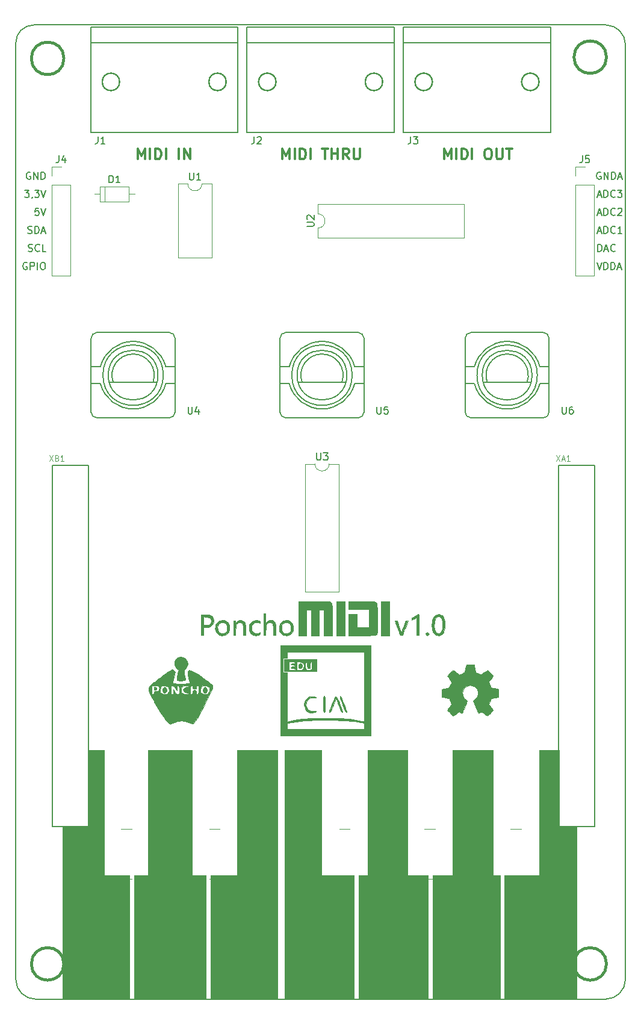
<source format=gbr>
G04 #@! TF.FileFunction,Legend,Top*
%FSLAX46Y46*%
G04 Gerber Fmt 4.6, Leading zero omitted, Abs format (unit mm)*
G04 Created by KiCad (PCBNEW 4.0.6-e0-6349~53~ubuntu16.04.1) date Sat Aug 19 19:33:35 2017*
%MOMM*%
%LPD*%
G01*
G04 APERTURE LIST*
%ADD10C,0.100000*%
%ADD11C,0.300000*%
%ADD12C,0.200000*%
%ADD13C,0.150000*%
%ADD14C,0.120000*%
%ADD15C,0.381000*%
%ADD16C,0.002540*%
%ADD17C,0.010000*%
G04 APERTURE END LIST*
D10*
D11*
X101747428Y-44620571D02*
X101747428Y-43120571D01*
X102247428Y-44192000D01*
X102747428Y-43120571D01*
X102747428Y-44620571D01*
X103461714Y-44620571D02*
X103461714Y-43120571D01*
X104176000Y-44620571D02*
X104176000Y-43120571D01*
X104533143Y-43120571D01*
X104747428Y-43192000D01*
X104890286Y-43334857D01*
X104961714Y-43477714D01*
X105033143Y-43763429D01*
X105033143Y-43977714D01*
X104961714Y-44263429D01*
X104890286Y-44406286D01*
X104747428Y-44549143D01*
X104533143Y-44620571D01*
X104176000Y-44620571D01*
X105676000Y-44620571D02*
X105676000Y-43120571D01*
X107818857Y-43120571D02*
X108104571Y-43120571D01*
X108247429Y-43192000D01*
X108390286Y-43334857D01*
X108461714Y-43620571D01*
X108461714Y-44120571D01*
X108390286Y-44406286D01*
X108247429Y-44549143D01*
X108104571Y-44620571D01*
X107818857Y-44620571D01*
X107676000Y-44549143D01*
X107533143Y-44406286D01*
X107461714Y-44120571D01*
X107461714Y-43620571D01*
X107533143Y-43334857D01*
X107676000Y-43192000D01*
X107818857Y-43120571D01*
X109104572Y-43120571D02*
X109104572Y-44334857D01*
X109176000Y-44477714D01*
X109247429Y-44549143D01*
X109390286Y-44620571D01*
X109676000Y-44620571D01*
X109818858Y-44549143D01*
X109890286Y-44477714D01*
X109961715Y-44334857D01*
X109961715Y-43120571D01*
X110461715Y-43120571D02*
X111318858Y-43120571D01*
X110890287Y-44620571D02*
X110890287Y-43120571D01*
X79026428Y-44620571D02*
X79026428Y-43120571D01*
X79526428Y-44192000D01*
X80026428Y-43120571D01*
X80026428Y-44620571D01*
X80740714Y-44620571D02*
X80740714Y-43120571D01*
X81455000Y-44620571D02*
X81455000Y-43120571D01*
X81812143Y-43120571D01*
X82026428Y-43192000D01*
X82169286Y-43334857D01*
X82240714Y-43477714D01*
X82312143Y-43763429D01*
X82312143Y-43977714D01*
X82240714Y-44263429D01*
X82169286Y-44406286D01*
X82026428Y-44549143D01*
X81812143Y-44620571D01*
X81455000Y-44620571D01*
X82955000Y-44620571D02*
X82955000Y-43120571D01*
X84597857Y-43120571D02*
X85455000Y-43120571D01*
X85026429Y-44620571D02*
X85026429Y-43120571D01*
X85955000Y-44620571D02*
X85955000Y-43120571D01*
X85955000Y-43834857D02*
X86812143Y-43834857D01*
X86812143Y-44620571D02*
X86812143Y-43120571D01*
X88383572Y-44620571D02*
X87883572Y-43906286D01*
X87526429Y-44620571D02*
X87526429Y-43120571D01*
X88097857Y-43120571D01*
X88240715Y-43192000D01*
X88312143Y-43263429D01*
X88383572Y-43406286D01*
X88383572Y-43620571D01*
X88312143Y-43763429D01*
X88240715Y-43834857D01*
X88097857Y-43906286D01*
X87526429Y-43906286D01*
X89026429Y-43120571D02*
X89026429Y-44334857D01*
X89097857Y-44477714D01*
X89169286Y-44549143D01*
X89312143Y-44620571D01*
X89597857Y-44620571D01*
X89740715Y-44549143D01*
X89812143Y-44477714D01*
X89883572Y-44334857D01*
X89883572Y-43120571D01*
X58678428Y-44620571D02*
X58678428Y-43120571D01*
X59178428Y-44192000D01*
X59678428Y-43120571D01*
X59678428Y-44620571D01*
X60392714Y-44620571D02*
X60392714Y-43120571D01*
X61107000Y-44620571D02*
X61107000Y-43120571D01*
X61464143Y-43120571D01*
X61678428Y-43192000D01*
X61821286Y-43334857D01*
X61892714Y-43477714D01*
X61964143Y-43763429D01*
X61964143Y-43977714D01*
X61892714Y-44263429D01*
X61821286Y-44406286D01*
X61678428Y-44549143D01*
X61464143Y-44620571D01*
X61107000Y-44620571D01*
X62607000Y-44620571D02*
X62607000Y-43120571D01*
X64464143Y-44620571D02*
X64464143Y-43120571D01*
X65178429Y-44620571D02*
X65178429Y-43120571D01*
X66035572Y-44620571D01*
X66035572Y-43120571D01*
D12*
X43069001Y-59190000D02*
X42973763Y-59142381D01*
X42830906Y-59142381D01*
X42688048Y-59190000D01*
X42592810Y-59285238D01*
X42545191Y-59380476D01*
X42497572Y-59570952D01*
X42497572Y-59713810D01*
X42545191Y-59904286D01*
X42592810Y-59999524D01*
X42688048Y-60094762D01*
X42830906Y-60142381D01*
X42926144Y-60142381D01*
X43069001Y-60094762D01*
X43116620Y-60047143D01*
X43116620Y-59713810D01*
X42926144Y-59713810D01*
X43545191Y-60142381D02*
X43545191Y-59142381D01*
X43926144Y-59142381D01*
X44021382Y-59190000D01*
X44069001Y-59237619D01*
X44116620Y-59332857D01*
X44116620Y-59475714D01*
X44069001Y-59570952D01*
X44021382Y-59618571D01*
X43926144Y-59666190D01*
X43545191Y-59666190D01*
X44545191Y-60142381D02*
X44545191Y-59142381D01*
X45211857Y-59142381D02*
X45402334Y-59142381D01*
X45497572Y-59190000D01*
X45592810Y-59285238D01*
X45640429Y-59475714D01*
X45640429Y-59809048D01*
X45592810Y-59999524D01*
X45497572Y-60094762D01*
X45402334Y-60142381D01*
X45211857Y-60142381D01*
X45116619Y-60094762D01*
X45021381Y-59999524D01*
X44973762Y-59809048D01*
X44973762Y-59475714D01*
X45021381Y-59285238D01*
X45116619Y-59190000D01*
X45211857Y-59142381D01*
X43259476Y-57554762D02*
X43402333Y-57602381D01*
X43640429Y-57602381D01*
X43735667Y-57554762D01*
X43783286Y-57507143D01*
X43830905Y-57411905D01*
X43830905Y-57316667D01*
X43783286Y-57221429D01*
X43735667Y-57173810D01*
X43640429Y-57126190D01*
X43449952Y-57078571D01*
X43354714Y-57030952D01*
X43307095Y-56983333D01*
X43259476Y-56888095D01*
X43259476Y-56792857D01*
X43307095Y-56697619D01*
X43354714Y-56650000D01*
X43449952Y-56602381D01*
X43688048Y-56602381D01*
X43830905Y-56650000D01*
X44830905Y-57507143D02*
X44783286Y-57554762D01*
X44640429Y-57602381D01*
X44545191Y-57602381D01*
X44402333Y-57554762D01*
X44307095Y-57459524D01*
X44259476Y-57364286D01*
X44211857Y-57173810D01*
X44211857Y-57030952D01*
X44259476Y-56840476D01*
X44307095Y-56745238D01*
X44402333Y-56650000D01*
X44545191Y-56602381D01*
X44640429Y-56602381D01*
X44783286Y-56650000D01*
X44830905Y-56697619D01*
X45735667Y-57602381D02*
X45259476Y-57602381D01*
X45259476Y-56602381D01*
X43211857Y-55014762D02*
X43354714Y-55062381D01*
X43592810Y-55062381D01*
X43688048Y-55014762D01*
X43735667Y-54967143D01*
X43783286Y-54871905D01*
X43783286Y-54776667D01*
X43735667Y-54681429D01*
X43688048Y-54633810D01*
X43592810Y-54586190D01*
X43402333Y-54538571D01*
X43307095Y-54490952D01*
X43259476Y-54443333D01*
X43211857Y-54348095D01*
X43211857Y-54252857D01*
X43259476Y-54157619D01*
X43307095Y-54110000D01*
X43402333Y-54062381D01*
X43640429Y-54062381D01*
X43783286Y-54110000D01*
X44211857Y-55062381D02*
X44211857Y-54062381D01*
X44449952Y-54062381D01*
X44592810Y-54110000D01*
X44688048Y-54205238D01*
X44735667Y-54300476D01*
X44783286Y-54490952D01*
X44783286Y-54633810D01*
X44735667Y-54824286D01*
X44688048Y-54919524D01*
X44592810Y-55014762D01*
X44449952Y-55062381D01*
X44211857Y-55062381D01*
X45164238Y-54776667D02*
X45640429Y-54776667D01*
X45069000Y-55062381D02*
X45402333Y-54062381D01*
X45735667Y-55062381D01*
X44735667Y-51522381D02*
X44259476Y-51522381D01*
X44211857Y-51998571D01*
X44259476Y-51950952D01*
X44354714Y-51903333D01*
X44592810Y-51903333D01*
X44688048Y-51950952D01*
X44735667Y-51998571D01*
X44783286Y-52093810D01*
X44783286Y-52331905D01*
X44735667Y-52427143D01*
X44688048Y-52474762D01*
X44592810Y-52522381D01*
X44354714Y-52522381D01*
X44259476Y-52474762D01*
X44211857Y-52427143D01*
X45069000Y-51522381D02*
X45402333Y-52522381D01*
X45735667Y-51522381D01*
X42735667Y-48982381D02*
X43354715Y-48982381D01*
X43021381Y-49363333D01*
X43164239Y-49363333D01*
X43259477Y-49410952D01*
X43307096Y-49458571D01*
X43354715Y-49553810D01*
X43354715Y-49791905D01*
X43307096Y-49887143D01*
X43259477Y-49934762D01*
X43164239Y-49982381D01*
X42878524Y-49982381D01*
X42783286Y-49934762D01*
X42735667Y-49887143D01*
X43830905Y-49934762D02*
X43830905Y-49982381D01*
X43783286Y-50077619D01*
X43735667Y-50125238D01*
X44164238Y-48982381D02*
X44783286Y-48982381D01*
X44449952Y-49363333D01*
X44592810Y-49363333D01*
X44688048Y-49410952D01*
X44735667Y-49458571D01*
X44783286Y-49553810D01*
X44783286Y-49791905D01*
X44735667Y-49887143D01*
X44688048Y-49934762D01*
X44592810Y-49982381D01*
X44307095Y-49982381D01*
X44211857Y-49934762D01*
X44164238Y-49887143D01*
X45069000Y-48982381D02*
X45402333Y-49982381D01*
X45735667Y-48982381D01*
X43545191Y-46490000D02*
X43449953Y-46442381D01*
X43307096Y-46442381D01*
X43164238Y-46490000D01*
X43069000Y-46585238D01*
X43021381Y-46680476D01*
X42973762Y-46870952D01*
X42973762Y-47013810D01*
X43021381Y-47204286D01*
X43069000Y-47299524D01*
X43164238Y-47394762D01*
X43307096Y-47442381D01*
X43402334Y-47442381D01*
X43545191Y-47394762D01*
X43592810Y-47347143D01*
X43592810Y-47013810D01*
X43402334Y-47013810D01*
X44021381Y-47442381D02*
X44021381Y-46442381D01*
X44592810Y-47442381D01*
X44592810Y-46442381D01*
X45069000Y-47442381D02*
X45069000Y-46442381D01*
X45307095Y-46442381D01*
X45449953Y-46490000D01*
X45545191Y-46585238D01*
X45592810Y-46680476D01*
X45640429Y-46870952D01*
X45640429Y-47013810D01*
X45592810Y-47204286D01*
X45545191Y-47299524D01*
X45449953Y-47394762D01*
X45307095Y-47442381D01*
X45069000Y-47442381D01*
X123237857Y-59142381D02*
X123571190Y-60142381D01*
X123904524Y-59142381D01*
X124237857Y-60142381D02*
X124237857Y-59142381D01*
X124475952Y-59142381D01*
X124618810Y-59190000D01*
X124714048Y-59285238D01*
X124761667Y-59380476D01*
X124809286Y-59570952D01*
X124809286Y-59713810D01*
X124761667Y-59904286D01*
X124714048Y-59999524D01*
X124618810Y-60094762D01*
X124475952Y-60142381D01*
X124237857Y-60142381D01*
X125237857Y-60142381D02*
X125237857Y-59142381D01*
X125475952Y-59142381D01*
X125618810Y-59190000D01*
X125714048Y-59285238D01*
X125761667Y-59380476D01*
X125809286Y-59570952D01*
X125809286Y-59713810D01*
X125761667Y-59904286D01*
X125714048Y-59999524D01*
X125618810Y-60094762D01*
X125475952Y-60142381D01*
X125237857Y-60142381D01*
X126190238Y-59856667D02*
X126666429Y-59856667D01*
X126095000Y-60142381D02*
X126428333Y-59142381D01*
X126761667Y-60142381D01*
X123380714Y-57602381D02*
X123380714Y-56602381D01*
X123618809Y-56602381D01*
X123761667Y-56650000D01*
X123856905Y-56745238D01*
X123904524Y-56840476D01*
X123952143Y-57030952D01*
X123952143Y-57173810D01*
X123904524Y-57364286D01*
X123856905Y-57459524D01*
X123761667Y-57554762D01*
X123618809Y-57602381D01*
X123380714Y-57602381D01*
X124333095Y-57316667D02*
X124809286Y-57316667D01*
X124237857Y-57602381D02*
X124571190Y-56602381D01*
X124904524Y-57602381D01*
X125809286Y-57507143D02*
X125761667Y-57554762D01*
X125618810Y-57602381D01*
X125523572Y-57602381D01*
X125380714Y-57554762D01*
X125285476Y-57459524D01*
X125237857Y-57364286D01*
X125190238Y-57173810D01*
X125190238Y-57030952D01*
X125237857Y-56840476D01*
X125285476Y-56745238D01*
X125380714Y-56650000D01*
X125523572Y-56602381D01*
X125618810Y-56602381D01*
X125761667Y-56650000D01*
X125809286Y-56697619D01*
X123333095Y-54776667D02*
X123809286Y-54776667D01*
X123237857Y-55062381D02*
X123571190Y-54062381D01*
X123904524Y-55062381D01*
X124237857Y-55062381D02*
X124237857Y-54062381D01*
X124475952Y-54062381D01*
X124618810Y-54110000D01*
X124714048Y-54205238D01*
X124761667Y-54300476D01*
X124809286Y-54490952D01*
X124809286Y-54633810D01*
X124761667Y-54824286D01*
X124714048Y-54919524D01*
X124618810Y-55014762D01*
X124475952Y-55062381D01*
X124237857Y-55062381D01*
X125809286Y-54967143D02*
X125761667Y-55014762D01*
X125618810Y-55062381D01*
X125523572Y-55062381D01*
X125380714Y-55014762D01*
X125285476Y-54919524D01*
X125237857Y-54824286D01*
X125190238Y-54633810D01*
X125190238Y-54490952D01*
X125237857Y-54300476D01*
X125285476Y-54205238D01*
X125380714Y-54110000D01*
X125523572Y-54062381D01*
X125618810Y-54062381D01*
X125761667Y-54110000D01*
X125809286Y-54157619D01*
X126761667Y-55062381D02*
X126190238Y-55062381D01*
X126475952Y-55062381D02*
X126475952Y-54062381D01*
X126380714Y-54205238D01*
X126285476Y-54300476D01*
X126190238Y-54348095D01*
X123333095Y-52236667D02*
X123809286Y-52236667D01*
X123237857Y-52522381D02*
X123571190Y-51522381D01*
X123904524Y-52522381D01*
X124237857Y-52522381D02*
X124237857Y-51522381D01*
X124475952Y-51522381D01*
X124618810Y-51570000D01*
X124714048Y-51665238D01*
X124761667Y-51760476D01*
X124809286Y-51950952D01*
X124809286Y-52093810D01*
X124761667Y-52284286D01*
X124714048Y-52379524D01*
X124618810Y-52474762D01*
X124475952Y-52522381D01*
X124237857Y-52522381D01*
X125809286Y-52427143D02*
X125761667Y-52474762D01*
X125618810Y-52522381D01*
X125523572Y-52522381D01*
X125380714Y-52474762D01*
X125285476Y-52379524D01*
X125237857Y-52284286D01*
X125190238Y-52093810D01*
X125190238Y-51950952D01*
X125237857Y-51760476D01*
X125285476Y-51665238D01*
X125380714Y-51570000D01*
X125523572Y-51522381D01*
X125618810Y-51522381D01*
X125761667Y-51570000D01*
X125809286Y-51617619D01*
X126190238Y-51617619D02*
X126237857Y-51570000D01*
X126333095Y-51522381D01*
X126571191Y-51522381D01*
X126666429Y-51570000D01*
X126714048Y-51617619D01*
X126761667Y-51712857D01*
X126761667Y-51808095D01*
X126714048Y-51950952D01*
X126142619Y-52522381D01*
X126761667Y-52522381D01*
X123333095Y-49696667D02*
X123809286Y-49696667D01*
X123237857Y-49982381D02*
X123571190Y-48982381D01*
X123904524Y-49982381D01*
X124237857Y-49982381D02*
X124237857Y-48982381D01*
X124475952Y-48982381D01*
X124618810Y-49030000D01*
X124714048Y-49125238D01*
X124761667Y-49220476D01*
X124809286Y-49410952D01*
X124809286Y-49553810D01*
X124761667Y-49744286D01*
X124714048Y-49839524D01*
X124618810Y-49934762D01*
X124475952Y-49982381D01*
X124237857Y-49982381D01*
X125809286Y-49887143D02*
X125761667Y-49934762D01*
X125618810Y-49982381D01*
X125523572Y-49982381D01*
X125380714Y-49934762D01*
X125285476Y-49839524D01*
X125237857Y-49744286D01*
X125190238Y-49553810D01*
X125190238Y-49410952D01*
X125237857Y-49220476D01*
X125285476Y-49125238D01*
X125380714Y-49030000D01*
X125523572Y-48982381D01*
X125618810Y-48982381D01*
X125761667Y-49030000D01*
X125809286Y-49077619D01*
X126142619Y-48982381D02*
X126761667Y-48982381D01*
X126428333Y-49363333D01*
X126571191Y-49363333D01*
X126666429Y-49410952D01*
X126714048Y-49458571D01*
X126761667Y-49553810D01*
X126761667Y-49791905D01*
X126714048Y-49887143D01*
X126666429Y-49934762D01*
X126571191Y-49982381D01*
X126285476Y-49982381D01*
X126190238Y-49934762D01*
X126142619Y-49887143D01*
X123777524Y-46490000D02*
X123682286Y-46442381D01*
X123539429Y-46442381D01*
X123396571Y-46490000D01*
X123301333Y-46585238D01*
X123253714Y-46680476D01*
X123206095Y-46870952D01*
X123206095Y-47013810D01*
X123253714Y-47204286D01*
X123301333Y-47299524D01*
X123396571Y-47394762D01*
X123539429Y-47442381D01*
X123634667Y-47442381D01*
X123777524Y-47394762D01*
X123825143Y-47347143D01*
X123825143Y-47013810D01*
X123634667Y-47013810D01*
X124253714Y-47442381D02*
X124253714Y-46442381D01*
X124825143Y-47442381D01*
X124825143Y-46442381D01*
X125301333Y-47442381D02*
X125301333Y-46442381D01*
X125539428Y-46442381D01*
X125682286Y-46490000D01*
X125777524Y-46585238D01*
X125825143Y-46680476D01*
X125872762Y-46870952D01*
X125872762Y-47013810D01*
X125825143Y-47204286D01*
X125777524Y-47299524D01*
X125682286Y-47394762D01*
X125539428Y-47442381D01*
X125301333Y-47442381D01*
X126253714Y-47156667D02*
X126729905Y-47156667D01*
X126158476Y-47442381D02*
X126491809Y-46442381D01*
X126825143Y-47442381D01*
D13*
X115125000Y-33750000D02*
G75*
G03X115125000Y-33750000I-1250000J0D01*
G01*
X100125000Y-33750000D02*
G75*
G03X100125000Y-33750000I-1250000J0D01*
G01*
X93125000Y-33750000D02*
G75*
G03X93125000Y-33750000I-1250000J0D01*
G01*
X78125000Y-33750000D02*
G75*
G03X78125000Y-33750000I-1250000J0D01*
G01*
X56125000Y-33750000D02*
G75*
G03X56125000Y-33750000I-1250000J0D01*
G01*
X71125000Y-33750000D02*
G75*
G03X71125000Y-33750000I-1250000J0D01*
G01*
X124500000Y-162750000D02*
G75*
G03X127250000Y-160000000I0J2750000D01*
G01*
X44250000Y-162750000D02*
X124500000Y-162750000D01*
X127250000Y-28500000D02*
X127250000Y-160000000D01*
X127250000Y-28500000D02*
G75*
G03X124500000Y-25750000I-2750000J0D01*
G01*
X44000000Y-25750000D02*
X124500000Y-25750000D01*
X44000000Y-25750000D02*
G75*
G03X41500000Y-28250000I0J-2500000D01*
G01*
X41500000Y-160000000D02*
X41500000Y-28250000D01*
X41500000Y-160000000D02*
G75*
G03X44250000Y-162750000I2750000J0D01*
G01*
X117856000Y-138525000D02*
X117856000Y-87725000D01*
X122936000Y-138525000D02*
X122936000Y-87725000D01*
X122936000Y-138525000D02*
X117856000Y-138525000D01*
X122936000Y-87725000D02*
X117856000Y-87725000D01*
X72725000Y-28250000D02*
X52025000Y-28250000D01*
X72725000Y-40850000D02*
X52025000Y-40850000D01*
X72725000Y-26050000D02*
X52025000Y-26050000D01*
X72725000Y-26050000D02*
X72725000Y-40850000D01*
X52025000Y-26050000D02*
X52025000Y-40850000D01*
X56075000Y-33750000D02*
G75*
G03X56075000Y-33750000I-1200000J0D01*
G01*
X71075000Y-33750000D02*
G75*
G03X71075000Y-33750000I-1200000J0D01*
G01*
X94725000Y-28250000D02*
X74025000Y-28250000D01*
X94725000Y-40850000D02*
X74025000Y-40850000D01*
X94725000Y-26050000D02*
X74025000Y-26050000D01*
X94725000Y-26050000D02*
X94725000Y-40850000D01*
X74025000Y-26050000D02*
X74025000Y-40850000D01*
X78075000Y-33750000D02*
G75*
G03X78075000Y-33750000I-1200000J0D01*
G01*
X93075000Y-33750000D02*
G75*
G03X93075000Y-33750000I-1200000J0D01*
G01*
X116725000Y-28250000D02*
X96025000Y-28250000D01*
X116725000Y-40850000D02*
X96025000Y-40850000D01*
X116725000Y-26050000D02*
X96025000Y-26050000D01*
X116725000Y-26050000D02*
X116725000Y-40850000D01*
X96025000Y-26050000D02*
X96025000Y-40850000D01*
X100075000Y-33750000D02*
G75*
G03X100075000Y-33750000I-1200000J0D01*
G01*
X115075000Y-33750000D02*
G75*
G03X115075000Y-33750000I-1200000J0D01*
G01*
X53416283Y-76260770D02*
G75*
G03X62600000Y-76200000I4583717J1260770D01*
G01*
X63900000Y-76200000D02*
X62600000Y-76200000D01*
X53400000Y-76200000D02*
X52100000Y-76200000D01*
X63900000Y-73800000D02*
X62600000Y-73800000D01*
X53400000Y-73800000D02*
X52100000Y-73800000D01*
X62583717Y-73739230D02*
G75*
G03X53400000Y-73800000I-4583717J-1260770D01*
G01*
X60805329Y-75984951D02*
G75*
G03X55200000Y-76000000I-2805329J984951D01*
G01*
X52100000Y-80200000D02*
G75*
G03X52900000Y-81000000I800000J0D01*
G01*
X63100000Y-81000000D02*
G75*
G03X63900000Y-80200000I0J800000D01*
G01*
X63900000Y-69800000D02*
G75*
G03X63100000Y-69000000I-800000J0D01*
G01*
X52900000Y-69000000D02*
G75*
G03X52100000Y-69800000I0J-800000D01*
G01*
X54700000Y-76000000D02*
X61300000Y-76000000D01*
X62242641Y-75000000D02*
G75*
G03X62242641Y-75000000I-4242641J0D01*
G01*
X61501428Y-75000000D02*
G75*
G03X61501428Y-75000000I-3501428J0D01*
G01*
X52900000Y-81000000D02*
X63100000Y-81000000D01*
X52900000Y-69000000D02*
X63100000Y-69000000D01*
X52100000Y-80200000D02*
X52100000Y-69800000D01*
X63900000Y-80200000D02*
X63900000Y-69800000D01*
X79985783Y-76260770D02*
G75*
G03X89169500Y-76200000I4583717J1260770D01*
G01*
X90469500Y-76200000D02*
X89169500Y-76200000D01*
X79969500Y-76200000D02*
X78669500Y-76200000D01*
X90469500Y-73800000D02*
X89169500Y-73800000D01*
X79969500Y-73800000D02*
X78669500Y-73800000D01*
X89153217Y-73739230D02*
G75*
G03X79969500Y-73800000I-4583717J-1260770D01*
G01*
X87374829Y-75984951D02*
G75*
G03X81769500Y-76000000I-2805329J984951D01*
G01*
X78669500Y-80200000D02*
G75*
G03X79469500Y-81000000I800000J0D01*
G01*
X89669500Y-81000000D02*
G75*
G03X90469500Y-80200000I0J800000D01*
G01*
X90469500Y-69800000D02*
G75*
G03X89669500Y-69000000I-800000J0D01*
G01*
X79469500Y-69000000D02*
G75*
G03X78669500Y-69800000I0J-800000D01*
G01*
X81269500Y-76000000D02*
X87869500Y-76000000D01*
X88812141Y-75000000D02*
G75*
G03X88812141Y-75000000I-4242641J0D01*
G01*
X88070928Y-75000000D02*
G75*
G03X88070928Y-75000000I-3501428J0D01*
G01*
X79469500Y-81000000D02*
X89669500Y-81000000D01*
X79469500Y-69000000D02*
X89669500Y-69000000D01*
X78669500Y-80200000D02*
X78669500Y-69800000D01*
X90469500Y-80200000D02*
X90469500Y-69800000D01*
X106031283Y-76260770D02*
G75*
G03X115215000Y-76200000I4583717J1260770D01*
G01*
X116515000Y-76200000D02*
X115215000Y-76200000D01*
X106015000Y-76200000D02*
X104715000Y-76200000D01*
X116515000Y-73800000D02*
X115215000Y-73800000D01*
X106015000Y-73800000D02*
X104715000Y-73800000D01*
X115198717Y-73739230D02*
G75*
G03X106015000Y-73800000I-4583717J-1260770D01*
G01*
X113420329Y-75984951D02*
G75*
G03X107815000Y-76000000I-2805329J984951D01*
G01*
X104715000Y-80200000D02*
G75*
G03X105515000Y-81000000I800000J0D01*
G01*
X115715000Y-81000000D02*
G75*
G03X116515000Y-80200000I0J800000D01*
G01*
X116515000Y-69800000D02*
G75*
G03X115715000Y-69000000I-800000J0D01*
G01*
X105515000Y-69000000D02*
G75*
G03X104715000Y-69800000I0J-800000D01*
G01*
X107315000Y-76000000D02*
X113915000Y-76000000D01*
X114857641Y-75000000D02*
G75*
G03X114857641Y-75000000I-4242641J0D01*
G01*
X114116428Y-75000000D02*
G75*
G03X114116428Y-75000000I-3501428J0D01*
G01*
X105515000Y-81000000D02*
X115715000Y-81000000D01*
X105515000Y-69000000D02*
X115715000Y-69000000D01*
X104715000Y-80200000D02*
X104715000Y-69800000D01*
X116515000Y-80200000D02*
X116515000Y-69800000D01*
D14*
X83582000Y-87478000D02*
X82212000Y-87478000D01*
X82212000Y-87478000D02*
X82212000Y-105498000D01*
X82212000Y-105498000D02*
X86952000Y-105498000D01*
X86952000Y-105498000D02*
X86952000Y-87478000D01*
X86952000Y-87478000D02*
X85582000Y-87478000D01*
X85582000Y-87478000D02*
G75*
G02X83582000Y-87478000I-1000000J0D01*
G01*
X83990000Y-54310000D02*
X83990000Y-55680000D01*
X83990000Y-55680000D02*
X104550000Y-55680000D01*
X104550000Y-55680000D02*
X104550000Y-50940000D01*
X104550000Y-50940000D02*
X83990000Y-50940000D01*
X83990000Y-50940000D02*
X83990000Y-52310000D01*
X83990000Y-52310000D02*
G75*
G02X83990000Y-54310000I0J-1000000D01*
G01*
X65690000Y-48070000D02*
X64320000Y-48070000D01*
X64320000Y-48070000D02*
X64320000Y-58470000D01*
X64320000Y-58470000D02*
X69060000Y-58470000D01*
X69060000Y-58470000D02*
X69060000Y-48070000D01*
X69060000Y-48070000D02*
X67690000Y-48070000D01*
X67690000Y-48070000D02*
G75*
G02X65690000Y-48070000I-1000000J0D01*
G01*
X118500000Y-159700000D02*
X118500000Y-155200000D01*
X114500000Y-160950000D02*
X116000000Y-160950000D01*
X112000000Y-155200000D02*
X112000000Y-159700000D01*
X116000000Y-153950000D02*
X114500000Y-153950000D01*
X115100000Y-144600000D02*
X115100000Y-140100000D01*
X111100000Y-145850000D02*
X112600000Y-145850000D01*
X108600000Y-140100000D02*
X108600000Y-144600000D01*
X112600000Y-138850000D02*
X111100000Y-138850000D01*
X108100000Y-159700000D02*
X108100000Y-155200000D01*
X104100000Y-160950000D02*
X105600000Y-160950000D01*
X101600000Y-155200000D02*
X101600000Y-159700000D01*
X105600000Y-153950000D02*
X104100000Y-153950000D01*
X103000000Y-144600000D02*
X103000000Y-140100000D01*
X99000000Y-145850000D02*
X100500000Y-145850000D01*
X96500000Y-140100000D02*
X96500000Y-144600000D01*
X100500000Y-138850000D02*
X99000000Y-138850000D01*
X97956000Y-159700000D02*
X97956000Y-155200000D01*
X93956000Y-160950000D02*
X95456000Y-160950000D01*
X91456000Y-155200000D02*
X91456000Y-159700000D01*
X95456000Y-153950000D02*
X93956000Y-153950000D01*
X91000000Y-144600000D02*
X91000000Y-140100000D01*
X87000000Y-145850000D02*
X88500000Y-145850000D01*
X84500000Y-140100000D02*
X84500000Y-144600000D01*
X88500000Y-138850000D02*
X87000000Y-138850000D01*
X87400000Y-159700000D02*
X87400000Y-155200000D01*
X83400000Y-160950000D02*
X84900000Y-160950000D01*
X80900000Y-155200000D02*
X80900000Y-159700000D01*
X84900000Y-153950000D02*
X83400000Y-153950000D01*
X76900000Y-159700000D02*
X76900000Y-155200000D01*
X72900000Y-160950000D02*
X74400000Y-160950000D01*
X70400000Y-155200000D02*
X70400000Y-159700000D01*
X74400000Y-153950000D02*
X72900000Y-153950000D01*
X72700000Y-144600000D02*
X72700000Y-140100000D01*
X68700000Y-145850000D02*
X70200000Y-145850000D01*
X66200000Y-140100000D02*
X66200000Y-144600000D01*
X70200000Y-138850000D02*
X68700000Y-138850000D01*
X66400000Y-159700000D02*
X66400000Y-155200000D01*
X62400000Y-160950000D02*
X63900000Y-160950000D01*
X59900000Y-155200000D02*
X59900000Y-159700000D01*
X63900000Y-153950000D02*
X62400000Y-153950000D01*
X60300000Y-144600000D02*
X60300000Y-140100000D01*
X56300000Y-145850000D02*
X57800000Y-145850000D01*
X53800000Y-140100000D02*
X53800000Y-144600000D01*
X57800000Y-138850000D02*
X56300000Y-138850000D01*
X49419000Y-155273000D02*
X49419000Y-159773000D01*
X53419000Y-154023000D02*
X51919000Y-154023000D01*
X55919000Y-159773000D02*
X55919000Y-155273000D01*
X51919000Y-161023000D02*
X53419000Y-161023000D01*
X120209000Y-48270000D02*
X120209000Y-61030000D01*
X120209000Y-61030000D02*
X122869000Y-61030000D01*
X122869000Y-61030000D02*
X122869000Y-48270000D01*
X122869000Y-48270000D02*
X120209000Y-48270000D01*
X120209000Y-47000000D02*
X120209000Y-45670000D01*
X120209000Y-45670000D02*
X121539000Y-45670000D01*
X46549000Y-48270000D02*
X46549000Y-61030000D01*
X46549000Y-61030000D02*
X49209000Y-61030000D01*
X49209000Y-61030000D02*
X49209000Y-48270000D01*
X49209000Y-48270000D02*
X46549000Y-48270000D01*
X46549000Y-47000000D02*
X46549000Y-45670000D01*
X46549000Y-45670000D02*
X47879000Y-45670000D01*
X53312000Y-48470000D02*
X53312000Y-50590000D01*
X53312000Y-50590000D02*
X57432000Y-50590000D01*
X57432000Y-50590000D02*
X57432000Y-48470000D01*
X57432000Y-48470000D02*
X53312000Y-48470000D01*
X52542000Y-49530000D02*
X53312000Y-49530000D01*
X58202000Y-49530000D02*
X57432000Y-49530000D01*
X53972000Y-48470000D02*
X53972000Y-50590000D01*
D15*
X48260000Y-30448000D02*
G75*
G03X48260000Y-30448000I-2286000J0D01*
G01*
X124587000Y-30270200D02*
G75*
G03X124587000Y-30270200I-2286000J0D01*
G01*
X48260000Y-157803600D02*
G75*
G03X48260000Y-157803600I-2286000J0D01*
G01*
X124587000Y-157803600D02*
G75*
G03X124587000Y-157803600I-2286000J0D01*
G01*
D16*
G36*
X91440000Y-125730000D02*
X90510360Y-125730000D01*
X90510360Y-124180600D01*
X90507820Y-124117100D01*
X90507820Y-123776740D01*
X90507820Y-118869460D01*
X90507820Y-113959640D01*
X85090000Y-113959640D01*
X79669640Y-113959640D01*
X79669640Y-114383820D01*
X79669640Y-114808000D01*
X79375000Y-114808000D01*
X79077820Y-114808000D01*
X79077820Y-115824000D01*
X79077820Y-116840000D01*
X79375000Y-116840000D01*
X79669640Y-116840000D01*
X79669640Y-120307100D01*
X79669640Y-123776740D01*
X79875380Y-123698000D01*
X80030320Y-123657360D01*
X80317340Y-123598940D01*
X80698340Y-123527820D01*
X81137760Y-123451620D01*
X81292700Y-123426220D01*
X81666080Y-123367800D01*
X82008980Y-123324620D01*
X82349340Y-123289060D01*
X82715100Y-123263660D01*
X83134200Y-123248420D01*
X83634580Y-123238260D01*
X84244180Y-123233180D01*
X84993480Y-123230640D01*
X85090000Y-123230640D01*
X85854540Y-123233180D01*
X86479380Y-123238260D01*
X86992460Y-123245880D01*
X87419180Y-123263660D01*
X87790020Y-123286520D01*
X88130380Y-123319540D01*
X88470740Y-123362720D01*
X88839040Y-123418600D01*
X88884760Y-123426220D01*
X89334340Y-123502420D01*
X89740740Y-123576080D01*
X90063320Y-123639580D01*
X90266520Y-123687840D01*
X90302080Y-123698000D01*
X90507820Y-123776740D01*
X90507820Y-124117100D01*
X90505280Y-124056140D01*
X90472260Y-123964700D01*
X90388440Y-123896120D01*
X90236040Y-123842780D01*
X89994740Y-123797060D01*
X89641680Y-123751340D01*
X89156540Y-123695460D01*
X88686640Y-123644660D01*
X88036400Y-123583700D01*
X87292180Y-123540520D01*
X86436200Y-123512580D01*
X85440520Y-123502420D01*
X85090000Y-123499880D01*
X84198460Y-123504960D01*
X83433920Y-123517660D01*
X82755740Y-123545600D01*
X82123280Y-123586240D01*
X81493360Y-123647200D01*
X80825340Y-123725940D01*
X80327500Y-123794520D01*
X79669640Y-123885960D01*
X79669640Y-124340620D01*
X79669640Y-124797820D01*
X85090000Y-124797820D01*
X90507820Y-124797820D01*
X90507820Y-124340620D01*
X90510360Y-124180600D01*
X90510360Y-125730000D01*
X85090000Y-125730000D01*
X78740000Y-125730000D01*
X78740000Y-119380000D01*
X78740000Y-113030000D01*
X85090000Y-113030000D01*
X91440000Y-113030000D01*
X91440000Y-119380000D01*
X91440000Y-125730000D01*
X91440000Y-125730000D01*
X91440000Y-125730000D01*
G37*
X91440000Y-125730000D02*
X90510360Y-125730000D01*
X90510360Y-124180600D01*
X90507820Y-124117100D01*
X90507820Y-123776740D01*
X90507820Y-118869460D01*
X90507820Y-113959640D01*
X85090000Y-113959640D01*
X79669640Y-113959640D01*
X79669640Y-114383820D01*
X79669640Y-114808000D01*
X79375000Y-114808000D01*
X79077820Y-114808000D01*
X79077820Y-115824000D01*
X79077820Y-116840000D01*
X79375000Y-116840000D01*
X79669640Y-116840000D01*
X79669640Y-120307100D01*
X79669640Y-123776740D01*
X79875380Y-123698000D01*
X80030320Y-123657360D01*
X80317340Y-123598940D01*
X80698340Y-123527820D01*
X81137760Y-123451620D01*
X81292700Y-123426220D01*
X81666080Y-123367800D01*
X82008980Y-123324620D01*
X82349340Y-123289060D01*
X82715100Y-123263660D01*
X83134200Y-123248420D01*
X83634580Y-123238260D01*
X84244180Y-123233180D01*
X84993480Y-123230640D01*
X85090000Y-123230640D01*
X85854540Y-123233180D01*
X86479380Y-123238260D01*
X86992460Y-123245880D01*
X87419180Y-123263660D01*
X87790020Y-123286520D01*
X88130380Y-123319540D01*
X88470740Y-123362720D01*
X88839040Y-123418600D01*
X88884760Y-123426220D01*
X89334340Y-123502420D01*
X89740740Y-123576080D01*
X90063320Y-123639580D01*
X90266520Y-123687840D01*
X90302080Y-123698000D01*
X90507820Y-123776740D01*
X90507820Y-124117100D01*
X90505280Y-124056140D01*
X90472260Y-123964700D01*
X90388440Y-123896120D01*
X90236040Y-123842780D01*
X89994740Y-123797060D01*
X89641680Y-123751340D01*
X89156540Y-123695460D01*
X88686640Y-123644660D01*
X88036400Y-123583700D01*
X87292180Y-123540520D01*
X86436200Y-123512580D01*
X85440520Y-123502420D01*
X85090000Y-123499880D01*
X84198460Y-123504960D01*
X83433920Y-123517660D01*
X82755740Y-123545600D01*
X82123280Y-123586240D01*
X81493360Y-123647200D01*
X80825340Y-123725940D01*
X80327500Y-123794520D01*
X79669640Y-123885960D01*
X79669640Y-124340620D01*
X79669640Y-124797820D01*
X85090000Y-124797820D01*
X90507820Y-124797820D01*
X90507820Y-124340620D01*
X90510360Y-124180600D01*
X90510360Y-125730000D01*
X85090000Y-125730000D01*
X78740000Y-125730000D01*
X78740000Y-119380000D01*
X78740000Y-113030000D01*
X85090000Y-113030000D01*
X91440000Y-113030000D01*
X91440000Y-119380000D01*
X91440000Y-125730000D01*
X91440000Y-125730000D01*
G36*
X83726020Y-122328940D02*
X83670140Y-122372120D01*
X83507580Y-122422920D01*
X83258660Y-122458480D01*
X83004660Y-122468640D01*
X82849720Y-122453400D01*
X82496660Y-122278140D01*
X82242660Y-121970800D01*
X82169000Y-121815860D01*
X82072480Y-121366280D01*
X82141060Y-120939560D01*
X82374740Y-120545860D01*
X82423000Y-120492520D01*
X82598260Y-120317260D01*
X82755740Y-120225820D01*
X82966560Y-120190260D01*
X83187540Y-120185180D01*
X83510120Y-120202960D01*
X83685380Y-120256300D01*
X83710780Y-120289320D01*
X83687920Y-120350280D01*
X83538060Y-120362980D01*
X83380580Y-120347740D01*
X83002120Y-120370600D01*
X82692240Y-120523000D01*
X82461100Y-120771920D01*
X82331560Y-121084340D01*
X82311240Y-121429780D01*
X82415380Y-121775220D01*
X82613500Y-122044460D01*
X82770980Y-122181620D01*
X82931000Y-122242580D01*
X83159600Y-122247660D01*
X83289140Y-122237500D01*
X83571080Y-122229880D01*
X83720940Y-122262900D01*
X83726020Y-122328940D01*
X83726020Y-122328940D01*
X83726020Y-122328940D01*
G37*
X83726020Y-122328940D02*
X83670140Y-122372120D01*
X83507580Y-122422920D01*
X83258660Y-122458480D01*
X83004660Y-122468640D01*
X82849720Y-122453400D01*
X82496660Y-122278140D01*
X82242660Y-121970800D01*
X82169000Y-121815860D01*
X82072480Y-121366280D01*
X82141060Y-120939560D01*
X82374740Y-120545860D01*
X82423000Y-120492520D01*
X82598260Y-120317260D01*
X82755740Y-120225820D01*
X82966560Y-120190260D01*
X83187540Y-120185180D01*
X83510120Y-120202960D01*
X83685380Y-120256300D01*
X83710780Y-120289320D01*
X83687920Y-120350280D01*
X83538060Y-120362980D01*
X83380580Y-120347740D01*
X83002120Y-120370600D01*
X82692240Y-120523000D01*
X82461100Y-120771920D01*
X82331560Y-121084340D01*
X82311240Y-121429780D01*
X82415380Y-121775220D01*
X82613500Y-122044460D01*
X82770980Y-122181620D01*
X82931000Y-122242580D01*
X83159600Y-122247660D01*
X83289140Y-122237500D01*
X83571080Y-122229880D01*
X83720940Y-122262900D01*
X83726020Y-122328940D01*
X83726020Y-122328940D01*
G36*
X85003640Y-121285000D02*
X85001100Y-121752360D01*
X84990940Y-122074940D01*
X84970620Y-122280680D01*
X84940140Y-122387360D01*
X84891880Y-122425460D01*
X84876640Y-122428000D01*
X84825840Y-122402600D01*
X84790280Y-122313700D01*
X84767420Y-122135900D01*
X84754720Y-121843800D01*
X84749640Y-121412000D01*
X84749640Y-121285000D01*
X84752180Y-120815100D01*
X84762340Y-120492520D01*
X84782660Y-120286780D01*
X84815680Y-120180100D01*
X84863940Y-120142000D01*
X84876640Y-120142000D01*
X84929980Y-120164860D01*
X84965540Y-120253760D01*
X84988400Y-120431560D01*
X84998560Y-120723660D01*
X85003640Y-121155460D01*
X85003640Y-121285000D01*
X85003640Y-121285000D01*
X85003640Y-121285000D01*
G37*
X85003640Y-121285000D02*
X85001100Y-121752360D01*
X84990940Y-122074940D01*
X84970620Y-122280680D01*
X84940140Y-122387360D01*
X84891880Y-122425460D01*
X84876640Y-122428000D01*
X84825840Y-122402600D01*
X84790280Y-122313700D01*
X84767420Y-122135900D01*
X84754720Y-121843800D01*
X84749640Y-121412000D01*
X84749640Y-121285000D01*
X84752180Y-120815100D01*
X84762340Y-120492520D01*
X84782660Y-120286780D01*
X84815680Y-120180100D01*
X84863940Y-120142000D01*
X84876640Y-120142000D01*
X84929980Y-120164860D01*
X84965540Y-120253760D01*
X84988400Y-120431560D01*
X84998560Y-120723660D01*
X85003640Y-121155460D01*
X85003640Y-121285000D01*
X85003640Y-121285000D01*
G36*
X87492840Y-122415300D02*
X87393780Y-122433080D01*
X87266780Y-122283220D01*
X87111840Y-121973340D01*
X86926420Y-121500900D01*
X86898480Y-121417080D01*
X86766400Y-121051320D01*
X86652100Y-120751600D01*
X86568280Y-120550940D01*
X86527640Y-120479820D01*
X86484460Y-120556020D01*
X86398100Y-120759220D01*
X86281260Y-121061480D01*
X86146640Y-121429780D01*
X86146640Y-121432320D01*
X85968840Y-121902220D01*
X85826600Y-122214640D01*
X85714840Y-122379740D01*
X85664040Y-122410220D01*
X85595460Y-122405140D01*
X85582760Y-122339100D01*
X85628480Y-122176540D01*
X85735160Y-121902220D01*
X85879940Y-121536460D01*
X86042500Y-121107200D01*
X86174580Y-120751600D01*
X86321900Y-120396000D01*
X86441280Y-120202960D01*
X86525100Y-120159780D01*
X86588600Y-120241060D01*
X86697820Y-120441720D01*
X86837520Y-120733820D01*
X86992460Y-121079260D01*
X87149940Y-121445020D01*
X87294720Y-121795540D01*
X87409020Y-122095260D01*
X87480140Y-122313700D01*
X87492840Y-122415300D01*
X87492840Y-122415300D01*
X87492840Y-122415300D01*
G37*
X87492840Y-122415300D02*
X87393780Y-122433080D01*
X87266780Y-122283220D01*
X87111840Y-121973340D01*
X86926420Y-121500900D01*
X86898480Y-121417080D01*
X86766400Y-121051320D01*
X86652100Y-120751600D01*
X86568280Y-120550940D01*
X86527640Y-120479820D01*
X86484460Y-120556020D01*
X86398100Y-120759220D01*
X86281260Y-121061480D01*
X86146640Y-121429780D01*
X86146640Y-121432320D01*
X85968840Y-121902220D01*
X85826600Y-122214640D01*
X85714840Y-122379740D01*
X85664040Y-122410220D01*
X85595460Y-122405140D01*
X85582760Y-122339100D01*
X85628480Y-122176540D01*
X85735160Y-121902220D01*
X85879940Y-121536460D01*
X86042500Y-121107200D01*
X86174580Y-120751600D01*
X86321900Y-120396000D01*
X86441280Y-120202960D01*
X86525100Y-120159780D01*
X86588600Y-120241060D01*
X86697820Y-120441720D01*
X86837520Y-120733820D01*
X86992460Y-121079260D01*
X87149940Y-121445020D01*
X87294720Y-121795540D01*
X87409020Y-122095260D01*
X87480140Y-122313700D01*
X87492840Y-122415300D01*
X87492840Y-122415300D01*
G36*
X88051640Y-122367040D02*
X87985600Y-122422920D01*
X87942420Y-122428000D01*
X87873840Y-122351800D01*
X87762080Y-122138440D01*
X87619840Y-121815860D01*
X87459820Y-121409460D01*
X87426800Y-121320560D01*
X87241380Y-120794780D01*
X87127080Y-120421400D01*
X87081360Y-120197880D01*
X87106760Y-120124220D01*
X87195660Y-120187720D01*
X87249000Y-120291860D01*
X87345520Y-120512840D01*
X87472520Y-120822720D01*
X87614760Y-121175780D01*
X87759540Y-121541540D01*
X87886540Y-121879360D01*
X87988140Y-122156220D01*
X88044020Y-122328940D01*
X88051640Y-122367040D01*
X88051640Y-122367040D01*
X88051640Y-122367040D01*
G37*
X88051640Y-122367040D02*
X87985600Y-122422920D01*
X87942420Y-122428000D01*
X87873840Y-122351800D01*
X87762080Y-122138440D01*
X87619840Y-121815860D01*
X87459820Y-121409460D01*
X87426800Y-121320560D01*
X87241380Y-120794780D01*
X87127080Y-120421400D01*
X87081360Y-120197880D01*
X87106760Y-120124220D01*
X87195660Y-120187720D01*
X87249000Y-120291860D01*
X87345520Y-120512840D01*
X87472520Y-120822720D01*
X87614760Y-121175780D01*
X87759540Y-121541540D01*
X87886540Y-121879360D01*
X87988140Y-122156220D01*
X88044020Y-122328940D01*
X88051640Y-122367040D01*
X88051640Y-122367040D01*
G36*
X83820000Y-116669820D02*
X83141820Y-116669820D01*
X83141820Y-115806220D01*
X83131660Y-115516660D01*
X83093560Y-115364260D01*
X83022440Y-115316000D01*
X83014820Y-115316000D01*
X82938620Y-115356640D01*
X82897980Y-115501420D01*
X82887820Y-115783360D01*
X82887820Y-115785900D01*
X82882740Y-116055140D01*
X82854800Y-116192300D01*
X82791300Y-116235480D01*
X82697320Y-116230400D01*
X82583020Y-116192300D01*
X82519520Y-116090700D01*
X82489040Y-115882420D01*
X82481420Y-115760500D01*
X82448400Y-115476020D01*
X82389980Y-115338860D01*
X82331560Y-115316000D01*
X82260440Y-115389660D01*
X82219800Y-115577620D01*
X82207100Y-115829080D01*
X82227420Y-116085620D01*
X82280760Y-116298980D01*
X82298540Y-116337080D01*
X82443320Y-116453920D01*
X82671920Y-116502180D01*
X82903060Y-116474240D01*
X83040220Y-116398040D01*
X83096100Y-116263420D01*
X83131660Y-116019580D01*
X83141820Y-115806220D01*
X83141820Y-116669820D01*
X82003900Y-116669820D01*
X82003900Y-115958620D01*
X81996280Y-115732560D01*
X81884520Y-115491260D01*
X81661000Y-115354100D01*
X81325720Y-115316000D01*
X81026000Y-115316000D01*
X81026000Y-115907820D01*
X81026000Y-116499640D01*
X81343500Y-116499640D01*
X81574640Y-116481860D01*
X81737200Y-116443760D01*
X81752440Y-116436140D01*
X81917540Y-116238020D01*
X82003900Y-115958620D01*
X82003900Y-116669820D01*
X81534000Y-116669820D01*
X80855820Y-116669820D01*
X80855820Y-116372640D01*
X80799940Y-116283740D01*
X80614520Y-116248180D01*
X80518000Y-116245640D01*
X80281780Y-116225320D01*
X80185260Y-116156740D01*
X80177640Y-116118640D01*
X80241140Y-116024660D01*
X80446880Y-115991640D01*
X80474820Y-115991640D01*
X80693260Y-115963700D01*
X80769460Y-115877340D01*
X80772000Y-115864640D01*
X80705960Y-115770660D01*
X80500220Y-115737640D01*
X80474820Y-115737640D01*
X80279240Y-115717320D01*
X80180180Y-115663980D01*
X80177640Y-115653820D01*
X80251300Y-115597940D01*
X80436720Y-115570000D01*
X80474820Y-115570000D01*
X80693260Y-115542060D01*
X80769460Y-115453160D01*
X80772000Y-115443000D01*
X80726280Y-115361720D01*
X80568800Y-115323620D01*
X80347820Y-115316000D01*
X79923640Y-115316000D01*
X79923640Y-115907820D01*
X79923640Y-116499640D01*
X80391000Y-116499640D01*
X80670400Y-116489480D01*
X80815180Y-116448840D01*
X80855820Y-116372640D01*
X80855820Y-116669820D01*
X79248000Y-116669820D01*
X79248000Y-115824000D01*
X79248000Y-114975640D01*
X81534000Y-114975640D01*
X83820000Y-114975640D01*
X83820000Y-115824000D01*
X83820000Y-116669820D01*
X83820000Y-116669820D01*
X83820000Y-116669820D01*
G37*
X83820000Y-116669820D02*
X83141820Y-116669820D01*
X83141820Y-115806220D01*
X83131660Y-115516660D01*
X83093560Y-115364260D01*
X83022440Y-115316000D01*
X83014820Y-115316000D01*
X82938620Y-115356640D01*
X82897980Y-115501420D01*
X82887820Y-115783360D01*
X82887820Y-115785900D01*
X82882740Y-116055140D01*
X82854800Y-116192300D01*
X82791300Y-116235480D01*
X82697320Y-116230400D01*
X82583020Y-116192300D01*
X82519520Y-116090700D01*
X82489040Y-115882420D01*
X82481420Y-115760500D01*
X82448400Y-115476020D01*
X82389980Y-115338860D01*
X82331560Y-115316000D01*
X82260440Y-115389660D01*
X82219800Y-115577620D01*
X82207100Y-115829080D01*
X82227420Y-116085620D01*
X82280760Y-116298980D01*
X82298540Y-116337080D01*
X82443320Y-116453920D01*
X82671920Y-116502180D01*
X82903060Y-116474240D01*
X83040220Y-116398040D01*
X83096100Y-116263420D01*
X83131660Y-116019580D01*
X83141820Y-115806220D01*
X83141820Y-116669820D01*
X82003900Y-116669820D01*
X82003900Y-115958620D01*
X81996280Y-115732560D01*
X81884520Y-115491260D01*
X81661000Y-115354100D01*
X81325720Y-115316000D01*
X81026000Y-115316000D01*
X81026000Y-115907820D01*
X81026000Y-116499640D01*
X81343500Y-116499640D01*
X81574640Y-116481860D01*
X81737200Y-116443760D01*
X81752440Y-116436140D01*
X81917540Y-116238020D01*
X82003900Y-115958620D01*
X82003900Y-116669820D01*
X81534000Y-116669820D01*
X80855820Y-116669820D01*
X80855820Y-116372640D01*
X80799940Y-116283740D01*
X80614520Y-116248180D01*
X80518000Y-116245640D01*
X80281780Y-116225320D01*
X80185260Y-116156740D01*
X80177640Y-116118640D01*
X80241140Y-116024660D01*
X80446880Y-115991640D01*
X80474820Y-115991640D01*
X80693260Y-115963700D01*
X80769460Y-115877340D01*
X80772000Y-115864640D01*
X80705960Y-115770660D01*
X80500220Y-115737640D01*
X80474820Y-115737640D01*
X80279240Y-115717320D01*
X80180180Y-115663980D01*
X80177640Y-115653820D01*
X80251300Y-115597940D01*
X80436720Y-115570000D01*
X80474820Y-115570000D01*
X80693260Y-115542060D01*
X80769460Y-115453160D01*
X80772000Y-115443000D01*
X80726280Y-115361720D01*
X80568800Y-115323620D01*
X80347820Y-115316000D01*
X79923640Y-115316000D01*
X79923640Y-115907820D01*
X79923640Y-116499640D01*
X80391000Y-116499640D01*
X80670400Y-116489480D01*
X80815180Y-116448840D01*
X80855820Y-116372640D01*
X80855820Y-116669820D01*
X79248000Y-116669820D01*
X79248000Y-115824000D01*
X79248000Y-114975640D01*
X81534000Y-114975640D01*
X83820000Y-114975640D01*
X83820000Y-115824000D01*
X83820000Y-116669820D01*
X83820000Y-116669820D01*
G36*
X81752440Y-115780820D02*
X81747360Y-116022120D01*
X81620360Y-116192300D01*
X81437480Y-116245640D01*
X81333340Y-116212620D01*
X81287620Y-116088160D01*
X81280000Y-115907820D01*
X81290160Y-115689380D01*
X81346040Y-115592860D01*
X81473040Y-115570000D01*
X81488280Y-115570000D01*
X81668620Y-115620800D01*
X81752440Y-115780820D01*
X81752440Y-115780820D01*
X81752440Y-115780820D01*
G37*
X81752440Y-115780820D02*
X81747360Y-116022120D01*
X81620360Y-116192300D01*
X81437480Y-116245640D01*
X81333340Y-116212620D01*
X81287620Y-116088160D01*
X81280000Y-115907820D01*
X81290160Y-115689380D01*
X81346040Y-115592860D01*
X81473040Y-115570000D01*
X81488280Y-115570000D01*
X81668620Y-115620800D01*
X81752440Y-115780820D01*
X81752440Y-115780820D01*
D10*
G36*
X69178714Y-118752979D02*
X69141746Y-118959891D01*
X69048012Y-119244800D01*
X68923272Y-119542897D01*
X68793281Y-119789374D01*
X68766376Y-119827413D01*
X68766376Y-119256299D01*
X68701326Y-118943062D01*
X68512112Y-118735622D01*
X68207639Y-118642329D01*
X68106636Y-118637792D01*
X67772516Y-118698777D01*
X67551248Y-118876165D01*
X67451734Y-119161608D01*
X67446896Y-119256299D01*
X67511946Y-119569536D01*
X67701159Y-119776975D01*
X68005633Y-119870269D01*
X68106636Y-119874805D01*
X68440606Y-119816492D01*
X68601441Y-119709870D01*
X68735315Y-119472030D01*
X68766376Y-119256299D01*
X68766376Y-119827413D01*
X68732856Y-119874805D01*
X68656749Y-120001925D01*
X68538220Y-120241365D01*
X68396792Y-120552585D01*
X68315876Y-120740714D01*
X68064635Y-121309272D01*
X67792718Y-121876808D01*
X67512494Y-122421693D01*
X67236334Y-122922296D01*
X67199493Y-122983955D01*
X67199493Y-119256299D01*
X67195598Y-118940064D01*
X67177834Y-118754516D01*
X67137089Y-118665476D01*
X67064247Y-118638762D01*
X67034558Y-118637792D01*
X66913831Y-118676671D01*
X66871325Y-118821331D01*
X66869623Y-118885195D01*
X66849189Y-119060430D01*
X66752798Y-119125018D01*
X66622220Y-119132598D01*
X66446985Y-119112163D01*
X66382397Y-119015773D01*
X66374818Y-118885195D01*
X66348898Y-118704104D01*
X66252459Y-118640345D01*
X66209883Y-118637792D01*
X66125553Y-118652401D01*
X66076074Y-118719012D01*
X66052330Y-118871807D01*
X66045206Y-119144964D01*
X66044948Y-119256299D01*
X66048843Y-119572533D01*
X66066606Y-119758081D01*
X66107351Y-119847122D01*
X66180193Y-119873835D01*
X66209883Y-119874805D01*
X66323559Y-119842518D01*
X66369426Y-119716472D01*
X66374818Y-119586169D01*
X66388609Y-119392245D01*
X66458564Y-119312706D01*
X66622220Y-119297533D01*
X66788441Y-119313623D01*
X66856617Y-119395237D01*
X66869623Y-119586169D01*
X66888073Y-119785103D01*
X66960099Y-119865370D01*
X67034558Y-119874805D01*
X67118887Y-119860197D01*
X67168367Y-119793586D01*
X67192111Y-119640791D01*
X67199234Y-119367634D01*
X67199493Y-119256299D01*
X67199493Y-122983955D01*
X66976610Y-123356986D01*
X66745692Y-123704132D01*
X66555952Y-123942103D01*
X66424691Y-124047512D01*
X66303102Y-124034002D01*
X66081445Y-123960892D01*
X65806465Y-123843746D01*
X65797545Y-123839546D01*
X65797545Y-119741490D01*
X65753706Y-119648405D01*
X65599623Y-119646159D01*
X65581776Y-119649422D01*
X65360011Y-119623945D01*
X65166128Y-119495310D01*
X65060755Y-119308790D01*
X65055337Y-119256299D01*
X65127303Y-119061398D01*
X65301393Y-118907991D01*
X65514896Y-118843309D01*
X65592632Y-118851645D01*
X65748982Y-118864616D01*
X65797279Y-118782533D01*
X65797545Y-118770434D01*
X65757247Y-118684720D01*
X65613303Y-118644936D01*
X65426441Y-118637792D01*
X65072195Y-118692653D01*
X64841088Y-118856882D01*
X64733717Y-119129956D01*
X64725467Y-119256299D01*
X64787642Y-119568869D01*
X64973769Y-119772787D01*
X65283252Y-119867526D01*
X65426441Y-119874805D01*
X65665962Y-119860515D01*
X65777243Y-119809291D01*
X65797545Y-119741490D01*
X65797545Y-123839546D01*
X65791315Y-123836614D01*
X65235041Y-123636938D01*
X64704238Y-123587886D01*
X64478065Y-123629843D01*
X64478065Y-119256299D01*
X64474169Y-118940064D01*
X64456406Y-118754516D01*
X64415661Y-118665476D01*
X64342819Y-118638762D01*
X64313129Y-118637792D01*
X64207651Y-118663769D01*
X64159125Y-118770106D01*
X64147414Y-118988279D01*
X64146634Y-119338766D01*
X63936571Y-118988279D01*
X63768995Y-118754431D01*
X63613269Y-118650267D01*
X63525014Y-118637792D01*
X63422505Y-118646063D01*
X63362414Y-118694024D01*
X63333429Y-118816397D01*
X63324238Y-119047906D01*
X63323519Y-119256299D01*
X63327415Y-119572533D01*
X63345178Y-119758081D01*
X63385923Y-119847122D01*
X63458765Y-119873835D01*
X63488454Y-119874805D01*
X63593932Y-119848829D01*
X63642459Y-119742492D01*
X63654169Y-119524318D01*
X63654950Y-119173831D01*
X63865012Y-119524318D01*
X64032588Y-119758167D01*
X64188315Y-119862330D01*
X64276570Y-119874805D01*
X64379078Y-119866535D01*
X64439169Y-119818574D01*
X64468154Y-119696200D01*
X64477345Y-119464692D01*
X64478065Y-119256299D01*
X64478065Y-123629843D01*
X64160590Y-123688738D01*
X63859558Y-123800415D01*
X63583534Y-123915832D01*
X63357037Y-124006797D01*
X63241052Y-124049513D01*
X63124124Y-124005399D01*
X63076116Y-123964033D01*
X63076116Y-119256299D01*
X63011066Y-118943062D01*
X62821853Y-118735622D01*
X62517380Y-118642329D01*
X62416376Y-118637792D01*
X62082257Y-118698777D01*
X61860988Y-118876165D01*
X61761475Y-119161608D01*
X61756636Y-119256299D01*
X61821686Y-119569536D01*
X62010900Y-119776975D01*
X62315373Y-119870269D01*
X62416376Y-119874805D01*
X62750347Y-119816492D01*
X62911181Y-119709870D01*
X63045055Y-119472030D01*
X63076116Y-119256299D01*
X63076116Y-123964033D01*
X62925824Y-123834536D01*
X62657180Y-123546799D01*
X62581311Y-123458924D01*
X62273139Y-123087270D01*
X62010799Y-122743429D01*
X61772659Y-122393116D01*
X61674168Y-122229614D01*
X61674168Y-119050130D01*
X61635515Y-118834020D01*
X61502854Y-118704720D01*
X61251131Y-118645961D01*
X61039168Y-118637792D01*
X60602090Y-118637792D01*
X60602090Y-119256299D01*
X60605986Y-119572533D01*
X60623749Y-119758081D01*
X60664494Y-119847122D01*
X60737336Y-119873835D01*
X60767026Y-119874805D01*
X60896361Y-119826485D01*
X60931961Y-119668637D01*
X60955327Y-119526227D01*
X61058269Y-119470232D01*
X61204103Y-119462468D01*
X61482350Y-119414793D01*
X61634932Y-119265235D01*
X61674168Y-119050130D01*
X61674168Y-122229614D01*
X61537084Y-122002046D01*
X61282442Y-121535935D01*
X60987100Y-120960499D01*
X60918195Y-120823182D01*
X60715554Y-120420996D01*
X60535532Y-120068910D01*
X60392373Y-119794385D01*
X60300322Y-119624880D01*
X60276488Y-119586169D01*
X60163287Y-119318262D01*
X60172598Y-119011701D01*
X60250920Y-118817928D01*
X60431246Y-118585761D01*
X60672229Y-118352825D01*
X60913117Y-118174418D01*
X61014428Y-118122986D01*
X61127414Y-118051742D01*
X61332280Y-117898489D01*
X61595796Y-117688692D01*
X61781847Y-117534858D01*
X62164606Y-117228273D01*
X62549040Y-116945849D01*
X62907115Y-116705844D01*
X63210798Y-116526518D01*
X63432055Y-116426129D01*
X63507077Y-116411169D01*
X63650245Y-116468013D01*
X63774204Y-116572915D01*
X63844177Y-116661911D01*
X63874535Y-116758628D01*
X63863852Y-116903694D01*
X63810698Y-117137739D01*
X63745752Y-117382589D01*
X63640923Y-117765459D01*
X63579300Y-118037087D01*
X63580106Y-118216449D01*
X63662564Y-118322520D01*
X63845895Y-118374274D01*
X64149322Y-118390686D01*
X64592068Y-118390733D01*
X64766701Y-118390390D01*
X65259616Y-118386848D01*
X65606601Y-118375121D01*
X65826529Y-118353554D01*
X65938275Y-118320495D01*
X65962480Y-118285648D01*
X65941521Y-118159660D01*
X65886133Y-117922674D01*
X65807548Y-117622181D01*
X65793407Y-117570787D01*
X65686088Y-117124153D01*
X65651894Y-116810369D01*
X65691676Y-116614028D01*
X65806285Y-116519721D01*
X65851992Y-116509488D01*
X66063553Y-116540090D01*
X66382874Y-116668811D01*
X66792801Y-116886071D01*
X67276175Y-117182287D01*
X67815841Y-117547878D01*
X68168487Y-117803187D01*
X68572546Y-118107697D01*
X68857754Y-118336510D01*
X69041878Y-118506333D01*
X69142689Y-118633872D01*
X69177955Y-118735833D01*
X69178714Y-118752979D01*
X69178714Y-118752979D01*
X69178714Y-118752979D01*
G37*
X69178714Y-118752979D02*
X69141746Y-118959891D01*
X69048012Y-119244800D01*
X68923272Y-119542897D01*
X68793281Y-119789374D01*
X68766376Y-119827413D01*
X68766376Y-119256299D01*
X68701326Y-118943062D01*
X68512112Y-118735622D01*
X68207639Y-118642329D01*
X68106636Y-118637792D01*
X67772516Y-118698777D01*
X67551248Y-118876165D01*
X67451734Y-119161608D01*
X67446896Y-119256299D01*
X67511946Y-119569536D01*
X67701159Y-119776975D01*
X68005633Y-119870269D01*
X68106636Y-119874805D01*
X68440606Y-119816492D01*
X68601441Y-119709870D01*
X68735315Y-119472030D01*
X68766376Y-119256299D01*
X68766376Y-119827413D01*
X68732856Y-119874805D01*
X68656749Y-120001925D01*
X68538220Y-120241365D01*
X68396792Y-120552585D01*
X68315876Y-120740714D01*
X68064635Y-121309272D01*
X67792718Y-121876808D01*
X67512494Y-122421693D01*
X67236334Y-122922296D01*
X67199493Y-122983955D01*
X67199493Y-119256299D01*
X67195598Y-118940064D01*
X67177834Y-118754516D01*
X67137089Y-118665476D01*
X67064247Y-118638762D01*
X67034558Y-118637792D01*
X66913831Y-118676671D01*
X66871325Y-118821331D01*
X66869623Y-118885195D01*
X66849189Y-119060430D01*
X66752798Y-119125018D01*
X66622220Y-119132598D01*
X66446985Y-119112163D01*
X66382397Y-119015773D01*
X66374818Y-118885195D01*
X66348898Y-118704104D01*
X66252459Y-118640345D01*
X66209883Y-118637792D01*
X66125553Y-118652401D01*
X66076074Y-118719012D01*
X66052330Y-118871807D01*
X66045206Y-119144964D01*
X66044948Y-119256299D01*
X66048843Y-119572533D01*
X66066606Y-119758081D01*
X66107351Y-119847122D01*
X66180193Y-119873835D01*
X66209883Y-119874805D01*
X66323559Y-119842518D01*
X66369426Y-119716472D01*
X66374818Y-119586169D01*
X66388609Y-119392245D01*
X66458564Y-119312706D01*
X66622220Y-119297533D01*
X66788441Y-119313623D01*
X66856617Y-119395237D01*
X66869623Y-119586169D01*
X66888073Y-119785103D01*
X66960099Y-119865370D01*
X67034558Y-119874805D01*
X67118887Y-119860197D01*
X67168367Y-119793586D01*
X67192111Y-119640791D01*
X67199234Y-119367634D01*
X67199493Y-119256299D01*
X67199493Y-122983955D01*
X66976610Y-123356986D01*
X66745692Y-123704132D01*
X66555952Y-123942103D01*
X66424691Y-124047512D01*
X66303102Y-124034002D01*
X66081445Y-123960892D01*
X65806465Y-123843746D01*
X65797545Y-123839546D01*
X65797545Y-119741490D01*
X65753706Y-119648405D01*
X65599623Y-119646159D01*
X65581776Y-119649422D01*
X65360011Y-119623945D01*
X65166128Y-119495310D01*
X65060755Y-119308790D01*
X65055337Y-119256299D01*
X65127303Y-119061398D01*
X65301393Y-118907991D01*
X65514896Y-118843309D01*
X65592632Y-118851645D01*
X65748982Y-118864616D01*
X65797279Y-118782533D01*
X65797545Y-118770434D01*
X65757247Y-118684720D01*
X65613303Y-118644936D01*
X65426441Y-118637792D01*
X65072195Y-118692653D01*
X64841088Y-118856882D01*
X64733717Y-119129956D01*
X64725467Y-119256299D01*
X64787642Y-119568869D01*
X64973769Y-119772787D01*
X65283252Y-119867526D01*
X65426441Y-119874805D01*
X65665962Y-119860515D01*
X65777243Y-119809291D01*
X65797545Y-119741490D01*
X65797545Y-123839546D01*
X65791315Y-123836614D01*
X65235041Y-123636938D01*
X64704238Y-123587886D01*
X64478065Y-123629843D01*
X64478065Y-119256299D01*
X64474169Y-118940064D01*
X64456406Y-118754516D01*
X64415661Y-118665476D01*
X64342819Y-118638762D01*
X64313129Y-118637792D01*
X64207651Y-118663769D01*
X64159125Y-118770106D01*
X64147414Y-118988279D01*
X64146634Y-119338766D01*
X63936571Y-118988279D01*
X63768995Y-118754431D01*
X63613269Y-118650267D01*
X63525014Y-118637792D01*
X63422505Y-118646063D01*
X63362414Y-118694024D01*
X63333429Y-118816397D01*
X63324238Y-119047906D01*
X63323519Y-119256299D01*
X63327415Y-119572533D01*
X63345178Y-119758081D01*
X63385923Y-119847122D01*
X63458765Y-119873835D01*
X63488454Y-119874805D01*
X63593932Y-119848829D01*
X63642459Y-119742492D01*
X63654169Y-119524318D01*
X63654950Y-119173831D01*
X63865012Y-119524318D01*
X64032588Y-119758167D01*
X64188315Y-119862330D01*
X64276570Y-119874805D01*
X64379078Y-119866535D01*
X64439169Y-119818574D01*
X64468154Y-119696200D01*
X64477345Y-119464692D01*
X64478065Y-119256299D01*
X64478065Y-123629843D01*
X64160590Y-123688738D01*
X63859558Y-123800415D01*
X63583534Y-123915832D01*
X63357037Y-124006797D01*
X63241052Y-124049513D01*
X63124124Y-124005399D01*
X63076116Y-123964033D01*
X63076116Y-119256299D01*
X63011066Y-118943062D01*
X62821853Y-118735622D01*
X62517380Y-118642329D01*
X62416376Y-118637792D01*
X62082257Y-118698777D01*
X61860988Y-118876165D01*
X61761475Y-119161608D01*
X61756636Y-119256299D01*
X61821686Y-119569536D01*
X62010900Y-119776975D01*
X62315373Y-119870269D01*
X62416376Y-119874805D01*
X62750347Y-119816492D01*
X62911181Y-119709870D01*
X63045055Y-119472030D01*
X63076116Y-119256299D01*
X63076116Y-123964033D01*
X62925824Y-123834536D01*
X62657180Y-123546799D01*
X62581311Y-123458924D01*
X62273139Y-123087270D01*
X62010799Y-122743429D01*
X61772659Y-122393116D01*
X61674168Y-122229614D01*
X61674168Y-119050130D01*
X61635515Y-118834020D01*
X61502854Y-118704720D01*
X61251131Y-118645961D01*
X61039168Y-118637792D01*
X60602090Y-118637792D01*
X60602090Y-119256299D01*
X60605986Y-119572533D01*
X60623749Y-119758081D01*
X60664494Y-119847122D01*
X60737336Y-119873835D01*
X60767026Y-119874805D01*
X60896361Y-119826485D01*
X60931961Y-119668637D01*
X60955327Y-119526227D01*
X61058269Y-119470232D01*
X61204103Y-119462468D01*
X61482350Y-119414793D01*
X61634932Y-119265235D01*
X61674168Y-119050130D01*
X61674168Y-122229614D01*
X61537084Y-122002046D01*
X61282442Y-121535935D01*
X60987100Y-120960499D01*
X60918195Y-120823182D01*
X60715554Y-120420996D01*
X60535532Y-120068910D01*
X60392373Y-119794385D01*
X60300322Y-119624880D01*
X60276488Y-119586169D01*
X60163287Y-119318262D01*
X60172598Y-119011701D01*
X60250920Y-118817928D01*
X60431246Y-118585761D01*
X60672229Y-118352825D01*
X60913117Y-118174418D01*
X61014428Y-118122986D01*
X61127414Y-118051742D01*
X61332280Y-117898489D01*
X61595796Y-117688692D01*
X61781847Y-117534858D01*
X62164606Y-117228273D01*
X62549040Y-116945849D01*
X62907115Y-116705844D01*
X63210798Y-116526518D01*
X63432055Y-116426129D01*
X63507077Y-116411169D01*
X63650245Y-116468013D01*
X63774204Y-116572915D01*
X63844177Y-116661911D01*
X63874535Y-116758628D01*
X63863852Y-116903694D01*
X63810698Y-117137739D01*
X63745752Y-117382589D01*
X63640923Y-117765459D01*
X63579300Y-118037087D01*
X63580106Y-118216449D01*
X63662564Y-118322520D01*
X63845895Y-118374274D01*
X64149322Y-118390686D01*
X64592068Y-118390733D01*
X64766701Y-118390390D01*
X65259616Y-118386848D01*
X65606601Y-118375121D01*
X65826529Y-118353554D01*
X65938275Y-118320495D01*
X65962480Y-118285648D01*
X65941521Y-118159660D01*
X65886133Y-117922674D01*
X65807548Y-117622181D01*
X65793407Y-117570787D01*
X65686088Y-117124153D01*
X65651894Y-116810369D01*
X65691676Y-116614028D01*
X65806285Y-116519721D01*
X65851992Y-116509488D01*
X66063553Y-116540090D01*
X66382874Y-116668811D01*
X66792801Y-116886071D01*
X67276175Y-117182287D01*
X67815841Y-117547878D01*
X68168487Y-117803187D01*
X68572546Y-118107697D01*
X68857754Y-118336510D01*
X69041878Y-118506333D01*
X69142689Y-118633872D01*
X69177955Y-118735833D01*
X69178714Y-118752979D01*
X69178714Y-118752979D01*
G36*
X65666542Y-115643681D02*
X65538402Y-115990555D01*
X65322417Y-116267770D01*
X65206302Y-116397644D01*
X65151034Y-116510302D01*
X65149066Y-116659019D01*
X65192854Y-116897070D01*
X65217294Y-117009978D01*
X65301312Y-117406812D01*
X65339110Y-117670578D01*
X65318383Y-117829618D01*
X65226822Y-117912277D01*
X65052122Y-117946896D01*
X64804440Y-117960813D01*
X64519450Y-117964805D01*
X64303118Y-117951737D01*
X64206550Y-117926451D01*
X64152692Y-117761732D01*
X64176559Y-117456316D01*
X64277776Y-117014778D01*
X64282985Y-116995942D01*
X64417775Y-116511128D01*
X64154192Y-116275596D01*
X63928647Y-115977415D01*
X63834576Y-115633176D01*
X63867480Y-115283477D01*
X64022862Y-114968915D01*
X64296223Y-114730085D01*
X64327290Y-114713262D01*
X64676719Y-114616095D01*
X65023075Y-114664270D01*
X65330140Y-114841559D01*
X65561691Y-115131735D01*
X65632692Y-115298105D01*
X65666542Y-115643681D01*
X65666542Y-115643681D01*
X65666542Y-115643681D01*
G37*
X65666542Y-115643681D02*
X65538402Y-115990555D01*
X65322417Y-116267770D01*
X65206302Y-116397644D01*
X65151034Y-116510302D01*
X65149066Y-116659019D01*
X65192854Y-116897070D01*
X65217294Y-117009978D01*
X65301312Y-117406812D01*
X65339110Y-117670578D01*
X65318383Y-117829618D01*
X65226822Y-117912277D01*
X65052122Y-117946896D01*
X64804440Y-117960813D01*
X64519450Y-117964805D01*
X64303118Y-117951737D01*
X64206550Y-117926451D01*
X64152692Y-117761732D01*
X64176559Y-117456316D01*
X64277776Y-117014778D01*
X64282985Y-116995942D01*
X64417775Y-116511128D01*
X64154192Y-116275596D01*
X63928647Y-115977415D01*
X63834576Y-115633176D01*
X63867480Y-115283477D01*
X64022862Y-114968915D01*
X64296223Y-114730085D01*
X64327290Y-114713262D01*
X64676719Y-114616095D01*
X65023075Y-114664270D01*
X65330140Y-114841559D01*
X65561691Y-115131735D01*
X65632692Y-115298105D01*
X65666542Y-115643681D01*
X65666542Y-115643681D01*
G36*
X61322921Y-119058422D02*
X61261831Y-119173831D01*
X61105394Y-119292559D01*
X60986056Y-119257350D01*
X60932586Y-119078993D01*
X60931961Y-119050130D01*
X60976119Y-118856179D01*
X61089417Y-118804150D01*
X61243085Y-118904830D01*
X61261831Y-118926429D01*
X61322921Y-119058422D01*
X61322921Y-119058422D01*
X61322921Y-119058422D01*
G37*
X61322921Y-119058422D02*
X61261831Y-119173831D01*
X61105394Y-119292559D01*
X60986056Y-119257350D01*
X60932586Y-119078993D01*
X60931961Y-119050130D01*
X60976119Y-118856179D01*
X61089417Y-118804150D01*
X61243085Y-118904830D01*
X61261831Y-118926429D01*
X61322921Y-119058422D01*
X61322921Y-119058422D01*
G36*
X62731176Y-119233300D02*
X62707806Y-119373268D01*
X62636355Y-119494199D01*
X62514495Y-119645484D01*
X62417528Y-119709848D01*
X62416376Y-119709870D01*
X62320357Y-119647542D01*
X62198448Y-119497317D01*
X62196397Y-119494199D01*
X62105594Y-119323160D01*
X62116440Y-119182983D01*
X62177042Y-119061244D01*
X62299518Y-118906105D01*
X62416376Y-118843961D01*
X62536963Y-118909490D01*
X62655711Y-119061244D01*
X62731176Y-119233300D01*
X62731176Y-119233300D01*
X62731176Y-119233300D01*
G37*
X62731176Y-119233300D02*
X62707806Y-119373268D01*
X62636355Y-119494199D01*
X62514495Y-119645484D01*
X62417528Y-119709848D01*
X62416376Y-119709870D01*
X62320357Y-119647542D01*
X62198448Y-119497317D01*
X62196397Y-119494199D01*
X62105594Y-119323160D01*
X62116440Y-119182983D01*
X62177042Y-119061244D01*
X62299518Y-118906105D01*
X62416376Y-118843961D01*
X62536963Y-118909490D01*
X62655711Y-119061244D01*
X62731176Y-119233300D01*
X62731176Y-119233300D01*
G36*
X68421435Y-119233300D02*
X68398065Y-119373268D01*
X68326615Y-119494199D01*
X68204755Y-119645484D01*
X68107788Y-119709848D01*
X68106636Y-119709870D01*
X68010616Y-119647542D01*
X67888708Y-119497317D01*
X67886657Y-119494199D01*
X67795854Y-119323160D01*
X67806699Y-119182983D01*
X67867301Y-119061244D01*
X67989778Y-118906105D01*
X68106636Y-118843961D01*
X68227223Y-118909490D01*
X68345971Y-119061244D01*
X68421435Y-119233300D01*
X68421435Y-119233300D01*
X68421435Y-119233300D01*
G37*
X68421435Y-119233300D02*
X68398065Y-119373268D01*
X68326615Y-119494199D01*
X68204755Y-119645484D01*
X68107788Y-119709848D01*
X68106636Y-119709870D01*
X68010616Y-119647542D01*
X67888708Y-119497317D01*
X67886657Y-119494199D01*
X67795854Y-119323160D01*
X67806699Y-119182983D01*
X67867301Y-119061244D01*
X67989778Y-118906105D01*
X68106636Y-118843961D01*
X68227223Y-118909490D01*
X68345971Y-119061244D01*
X68421435Y-119233300D01*
X68421435Y-119233300D01*
D16*
G36*
X102986840Y-122891560D02*
X103027480Y-122871240D01*
X103121460Y-122812820D01*
X103256080Y-122723920D01*
X103413560Y-122619780D01*
X103571040Y-122510560D01*
X103700580Y-122424200D01*
X103792020Y-122365780D01*
X103830120Y-122345460D01*
X103850440Y-122350540D01*
X103926640Y-122388640D01*
X104035860Y-122444520D01*
X104099360Y-122477540D01*
X104198420Y-122520720D01*
X104249220Y-122530880D01*
X104256840Y-122515640D01*
X104294940Y-122439440D01*
X104350820Y-122307360D01*
X104427020Y-122134640D01*
X104513380Y-121931440D01*
X104607360Y-121713000D01*
X104698800Y-121489480D01*
X104787700Y-121276120D01*
X104866440Y-121085620D01*
X104929940Y-120930680D01*
X104970580Y-120821460D01*
X104985820Y-120775740D01*
X104980740Y-120765580D01*
X104929940Y-120717320D01*
X104843580Y-120651280D01*
X104653080Y-120496340D01*
X104467660Y-120262660D01*
X104353360Y-119998500D01*
X104315260Y-119703860D01*
X104348280Y-119432080D01*
X104454960Y-119170460D01*
X104637840Y-118934240D01*
X104858820Y-118758980D01*
X105117900Y-118647220D01*
X105410000Y-118611660D01*
X105689400Y-118642140D01*
X105956100Y-118748820D01*
X106192320Y-118929160D01*
X106291380Y-119043460D01*
X106428540Y-119282220D01*
X106507280Y-119538760D01*
X106514900Y-119602260D01*
X106504740Y-119884200D01*
X106420920Y-120153440D01*
X106273600Y-120394740D01*
X106067860Y-120590320D01*
X106039920Y-120610640D01*
X105945940Y-120681760D01*
X105882440Y-120730020D01*
X105831640Y-120770660D01*
X106189780Y-121631720D01*
X106245660Y-121768880D01*
X106344720Y-122005100D01*
X106431080Y-122208300D01*
X106499660Y-122368320D01*
X106547920Y-122477540D01*
X106568240Y-122520720D01*
X106570780Y-122523260D01*
X106601260Y-122528340D01*
X106667300Y-122502940D01*
X106786680Y-122444520D01*
X106867960Y-122403880D01*
X106959400Y-122360700D01*
X107000040Y-122345460D01*
X107035600Y-122363240D01*
X107121960Y-122421660D01*
X107251500Y-122505480D01*
X107403900Y-122609620D01*
X107551220Y-122711220D01*
X107685840Y-122800120D01*
X107784900Y-122861080D01*
X107833160Y-122889020D01*
X107840780Y-122889020D01*
X107881420Y-122863620D01*
X107960160Y-122800120D01*
X108077000Y-122688360D01*
X108242100Y-122525800D01*
X108267500Y-122500400D01*
X108404660Y-122360700D01*
X108516420Y-122243860D01*
X108590080Y-122162580D01*
X108615480Y-122124480D01*
X108615480Y-122124480D01*
X108592620Y-122076220D01*
X108529120Y-121979700D01*
X108440220Y-121842540D01*
X108331000Y-121682520D01*
X108046520Y-121268500D01*
X108204000Y-120877340D01*
X108252260Y-120757960D01*
X108313220Y-120613180D01*
X108356400Y-120509040D01*
X108381800Y-120463320D01*
X108422440Y-120448080D01*
X108531660Y-120422680D01*
X108686600Y-120389660D01*
X108869480Y-120356640D01*
X109047280Y-120323620D01*
X109207300Y-120293140D01*
X109321600Y-120270280D01*
X109372400Y-120260120D01*
X109385100Y-120252500D01*
X109395260Y-120227100D01*
X109402880Y-120173760D01*
X109405420Y-120077240D01*
X109407960Y-119924840D01*
X109407960Y-119703860D01*
X109407960Y-119681000D01*
X109405420Y-119470180D01*
X109402880Y-119302540D01*
X109397800Y-119193320D01*
X109390180Y-119150140D01*
X109390180Y-119150140D01*
X109339380Y-119137440D01*
X109227620Y-119114580D01*
X109067600Y-119081560D01*
X108877100Y-119046000D01*
X108866940Y-119043460D01*
X108676440Y-119007900D01*
X108518960Y-118974880D01*
X108407200Y-118949480D01*
X108361480Y-118934240D01*
X108351320Y-118921540D01*
X108313220Y-118847880D01*
X108257340Y-118731040D01*
X108196380Y-118586260D01*
X108132880Y-118438940D01*
X108079540Y-118304320D01*
X108043980Y-118205260D01*
X108033820Y-118159540D01*
X108033820Y-118159540D01*
X108061760Y-118113820D01*
X108127800Y-118014760D01*
X108219240Y-117880140D01*
X108331000Y-117717580D01*
X108338620Y-117704880D01*
X108447840Y-117544860D01*
X108536740Y-117410240D01*
X108595160Y-117313720D01*
X108615480Y-117270540D01*
X108615480Y-117268000D01*
X108579920Y-117219740D01*
X108498640Y-117130840D01*
X108381800Y-117008920D01*
X108242100Y-116866680D01*
X108196380Y-116823500D01*
X108041440Y-116671100D01*
X107934760Y-116572040D01*
X107866180Y-116518700D01*
X107833160Y-116506000D01*
X107833160Y-116508540D01*
X107784900Y-116536480D01*
X107683300Y-116602520D01*
X107546140Y-116696500D01*
X107383580Y-116805720D01*
X107373420Y-116813340D01*
X107213400Y-116922560D01*
X107081320Y-117011460D01*
X106984800Y-117074960D01*
X106944160Y-117100360D01*
X106936540Y-117100360D01*
X106873040Y-117080040D01*
X106758740Y-117041940D01*
X106619040Y-116986060D01*
X106471720Y-116927640D01*
X106337100Y-116871760D01*
X106235500Y-116823500D01*
X106187240Y-116798100D01*
X106187240Y-116795560D01*
X106169460Y-116737140D01*
X106141520Y-116617760D01*
X106108500Y-116452660D01*
X106070400Y-116257080D01*
X106065320Y-116226600D01*
X106029760Y-116036100D01*
X105999280Y-115878620D01*
X105976420Y-115769400D01*
X105963720Y-115723680D01*
X105938320Y-115718600D01*
X105844340Y-115710980D01*
X105702100Y-115708440D01*
X105529380Y-115705900D01*
X105349040Y-115708440D01*
X105173780Y-115710980D01*
X105021380Y-115716060D01*
X104914700Y-115723680D01*
X104868980Y-115733840D01*
X104866440Y-115736380D01*
X104851200Y-115794800D01*
X104825800Y-115914180D01*
X104790240Y-116079280D01*
X104752140Y-116277400D01*
X104747060Y-116310420D01*
X104711500Y-116500920D01*
X104678480Y-116655860D01*
X104655620Y-116765080D01*
X104642920Y-116805720D01*
X104627680Y-116815880D01*
X104548940Y-116848900D01*
X104421940Y-116902240D01*
X104261920Y-116965740D01*
X103896160Y-117115600D01*
X103449120Y-116805720D01*
X103405940Y-116777780D01*
X103245920Y-116668560D01*
X103111300Y-116579660D01*
X103019860Y-116521240D01*
X102981760Y-116498380D01*
X102979220Y-116500920D01*
X102933500Y-116539020D01*
X102844600Y-116622840D01*
X102722680Y-116742220D01*
X102582980Y-116881920D01*
X102478840Y-116986060D01*
X102354380Y-117113060D01*
X102275640Y-117196880D01*
X102232460Y-117252760D01*
X102217220Y-117285780D01*
X102222300Y-117306100D01*
X102250240Y-117351820D01*
X102316280Y-117450880D01*
X102407720Y-117588040D01*
X102516940Y-117745520D01*
X102608380Y-117880140D01*
X102704900Y-118030000D01*
X102768400Y-118136680D01*
X102791260Y-118190020D01*
X102786180Y-118212880D01*
X102753160Y-118299240D01*
X102699820Y-118433860D01*
X102633780Y-118591340D01*
X102476300Y-118946940D01*
X102242620Y-118990120D01*
X102102920Y-119018060D01*
X101904800Y-119056160D01*
X101716840Y-119091720D01*
X101422200Y-119150140D01*
X101412040Y-120232180D01*
X101457760Y-120252500D01*
X101500940Y-120265200D01*
X101610160Y-120288060D01*
X101765100Y-120318540D01*
X101950520Y-120354100D01*
X102105460Y-120384580D01*
X102265480Y-120412520D01*
X102377240Y-120435380D01*
X102428040Y-120445540D01*
X102440740Y-120463320D01*
X102481380Y-120539520D01*
X102537260Y-120661440D01*
X102598220Y-120808760D01*
X102661720Y-120958620D01*
X102717600Y-121098320D01*
X102758240Y-121205000D01*
X102770940Y-121260880D01*
X102750620Y-121304060D01*
X102689660Y-121395500D01*
X102603300Y-121527580D01*
X102496620Y-121685060D01*
X102387400Y-121842540D01*
X102298500Y-121977160D01*
X102235000Y-122073680D01*
X102209600Y-122116860D01*
X102222300Y-122147340D01*
X102283260Y-122223540D01*
X102402640Y-122345460D01*
X102577900Y-122520720D01*
X102608380Y-122548660D01*
X102748080Y-122683280D01*
X102867460Y-122792500D01*
X102948740Y-122866160D01*
X102986840Y-122891560D01*
X102986840Y-122891560D01*
G37*
X102986840Y-122891560D02*
X103027480Y-122871240D01*
X103121460Y-122812820D01*
X103256080Y-122723920D01*
X103413560Y-122619780D01*
X103571040Y-122510560D01*
X103700580Y-122424200D01*
X103792020Y-122365780D01*
X103830120Y-122345460D01*
X103850440Y-122350540D01*
X103926640Y-122388640D01*
X104035860Y-122444520D01*
X104099360Y-122477540D01*
X104198420Y-122520720D01*
X104249220Y-122530880D01*
X104256840Y-122515640D01*
X104294940Y-122439440D01*
X104350820Y-122307360D01*
X104427020Y-122134640D01*
X104513380Y-121931440D01*
X104607360Y-121713000D01*
X104698800Y-121489480D01*
X104787700Y-121276120D01*
X104866440Y-121085620D01*
X104929940Y-120930680D01*
X104970580Y-120821460D01*
X104985820Y-120775740D01*
X104980740Y-120765580D01*
X104929940Y-120717320D01*
X104843580Y-120651280D01*
X104653080Y-120496340D01*
X104467660Y-120262660D01*
X104353360Y-119998500D01*
X104315260Y-119703860D01*
X104348280Y-119432080D01*
X104454960Y-119170460D01*
X104637840Y-118934240D01*
X104858820Y-118758980D01*
X105117900Y-118647220D01*
X105410000Y-118611660D01*
X105689400Y-118642140D01*
X105956100Y-118748820D01*
X106192320Y-118929160D01*
X106291380Y-119043460D01*
X106428540Y-119282220D01*
X106507280Y-119538760D01*
X106514900Y-119602260D01*
X106504740Y-119884200D01*
X106420920Y-120153440D01*
X106273600Y-120394740D01*
X106067860Y-120590320D01*
X106039920Y-120610640D01*
X105945940Y-120681760D01*
X105882440Y-120730020D01*
X105831640Y-120770660D01*
X106189780Y-121631720D01*
X106245660Y-121768880D01*
X106344720Y-122005100D01*
X106431080Y-122208300D01*
X106499660Y-122368320D01*
X106547920Y-122477540D01*
X106568240Y-122520720D01*
X106570780Y-122523260D01*
X106601260Y-122528340D01*
X106667300Y-122502940D01*
X106786680Y-122444520D01*
X106867960Y-122403880D01*
X106959400Y-122360700D01*
X107000040Y-122345460D01*
X107035600Y-122363240D01*
X107121960Y-122421660D01*
X107251500Y-122505480D01*
X107403900Y-122609620D01*
X107551220Y-122711220D01*
X107685840Y-122800120D01*
X107784900Y-122861080D01*
X107833160Y-122889020D01*
X107840780Y-122889020D01*
X107881420Y-122863620D01*
X107960160Y-122800120D01*
X108077000Y-122688360D01*
X108242100Y-122525800D01*
X108267500Y-122500400D01*
X108404660Y-122360700D01*
X108516420Y-122243860D01*
X108590080Y-122162580D01*
X108615480Y-122124480D01*
X108615480Y-122124480D01*
X108592620Y-122076220D01*
X108529120Y-121979700D01*
X108440220Y-121842540D01*
X108331000Y-121682520D01*
X108046520Y-121268500D01*
X108204000Y-120877340D01*
X108252260Y-120757960D01*
X108313220Y-120613180D01*
X108356400Y-120509040D01*
X108381800Y-120463320D01*
X108422440Y-120448080D01*
X108531660Y-120422680D01*
X108686600Y-120389660D01*
X108869480Y-120356640D01*
X109047280Y-120323620D01*
X109207300Y-120293140D01*
X109321600Y-120270280D01*
X109372400Y-120260120D01*
X109385100Y-120252500D01*
X109395260Y-120227100D01*
X109402880Y-120173760D01*
X109405420Y-120077240D01*
X109407960Y-119924840D01*
X109407960Y-119703860D01*
X109407960Y-119681000D01*
X109405420Y-119470180D01*
X109402880Y-119302540D01*
X109397800Y-119193320D01*
X109390180Y-119150140D01*
X109390180Y-119150140D01*
X109339380Y-119137440D01*
X109227620Y-119114580D01*
X109067600Y-119081560D01*
X108877100Y-119046000D01*
X108866940Y-119043460D01*
X108676440Y-119007900D01*
X108518960Y-118974880D01*
X108407200Y-118949480D01*
X108361480Y-118934240D01*
X108351320Y-118921540D01*
X108313220Y-118847880D01*
X108257340Y-118731040D01*
X108196380Y-118586260D01*
X108132880Y-118438940D01*
X108079540Y-118304320D01*
X108043980Y-118205260D01*
X108033820Y-118159540D01*
X108033820Y-118159540D01*
X108061760Y-118113820D01*
X108127800Y-118014760D01*
X108219240Y-117880140D01*
X108331000Y-117717580D01*
X108338620Y-117704880D01*
X108447840Y-117544860D01*
X108536740Y-117410240D01*
X108595160Y-117313720D01*
X108615480Y-117270540D01*
X108615480Y-117268000D01*
X108579920Y-117219740D01*
X108498640Y-117130840D01*
X108381800Y-117008920D01*
X108242100Y-116866680D01*
X108196380Y-116823500D01*
X108041440Y-116671100D01*
X107934760Y-116572040D01*
X107866180Y-116518700D01*
X107833160Y-116506000D01*
X107833160Y-116508540D01*
X107784900Y-116536480D01*
X107683300Y-116602520D01*
X107546140Y-116696500D01*
X107383580Y-116805720D01*
X107373420Y-116813340D01*
X107213400Y-116922560D01*
X107081320Y-117011460D01*
X106984800Y-117074960D01*
X106944160Y-117100360D01*
X106936540Y-117100360D01*
X106873040Y-117080040D01*
X106758740Y-117041940D01*
X106619040Y-116986060D01*
X106471720Y-116927640D01*
X106337100Y-116871760D01*
X106235500Y-116823500D01*
X106187240Y-116798100D01*
X106187240Y-116795560D01*
X106169460Y-116737140D01*
X106141520Y-116617760D01*
X106108500Y-116452660D01*
X106070400Y-116257080D01*
X106065320Y-116226600D01*
X106029760Y-116036100D01*
X105999280Y-115878620D01*
X105976420Y-115769400D01*
X105963720Y-115723680D01*
X105938320Y-115718600D01*
X105844340Y-115710980D01*
X105702100Y-115708440D01*
X105529380Y-115705900D01*
X105349040Y-115708440D01*
X105173780Y-115710980D01*
X105021380Y-115716060D01*
X104914700Y-115723680D01*
X104868980Y-115733840D01*
X104866440Y-115736380D01*
X104851200Y-115794800D01*
X104825800Y-115914180D01*
X104790240Y-116079280D01*
X104752140Y-116277400D01*
X104747060Y-116310420D01*
X104711500Y-116500920D01*
X104678480Y-116655860D01*
X104655620Y-116765080D01*
X104642920Y-116805720D01*
X104627680Y-116815880D01*
X104548940Y-116848900D01*
X104421940Y-116902240D01*
X104261920Y-116965740D01*
X103896160Y-117115600D01*
X103449120Y-116805720D01*
X103405940Y-116777780D01*
X103245920Y-116668560D01*
X103111300Y-116579660D01*
X103019860Y-116521240D01*
X102981760Y-116498380D01*
X102979220Y-116500920D01*
X102933500Y-116539020D01*
X102844600Y-116622840D01*
X102722680Y-116742220D01*
X102582980Y-116881920D01*
X102478840Y-116986060D01*
X102354380Y-117113060D01*
X102275640Y-117196880D01*
X102232460Y-117252760D01*
X102217220Y-117285780D01*
X102222300Y-117306100D01*
X102250240Y-117351820D01*
X102316280Y-117450880D01*
X102407720Y-117588040D01*
X102516940Y-117745520D01*
X102608380Y-117880140D01*
X102704900Y-118030000D01*
X102768400Y-118136680D01*
X102791260Y-118190020D01*
X102786180Y-118212880D01*
X102753160Y-118299240D01*
X102699820Y-118433860D01*
X102633780Y-118591340D01*
X102476300Y-118946940D01*
X102242620Y-118990120D01*
X102102920Y-119018060D01*
X101904800Y-119056160D01*
X101716840Y-119091720D01*
X101422200Y-119150140D01*
X101412040Y-120232180D01*
X101457760Y-120252500D01*
X101500940Y-120265200D01*
X101610160Y-120288060D01*
X101765100Y-120318540D01*
X101950520Y-120354100D01*
X102105460Y-120384580D01*
X102265480Y-120412520D01*
X102377240Y-120435380D01*
X102428040Y-120445540D01*
X102440740Y-120463320D01*
X102481380Y-120539520D01*
X102537260Y-120661440D01*
X102598220Y-120808760D01*
X102661720Y-120958620D01*
X102717600Y-121098320D01*
X102758240Y-121205000D01*
X102770940Y-121260880D01*
X102750620Y-121304060D01*
X102689660Y-121395500D01*
X102603300Y-121527580D01*
X102496620Y-121685060D01*
X102387400Y-121842540D01*
X102298500Y-121977160D01*
X102235000Y-122073680D01*
X102209600Y-122116860D01*
X102222300Y-122147340D01*
X102283260Y-122223540D01*
X102402640Y-122345460D01*
X102577900Y-122520720D01*
X102608380Y-122548660D01*
X102748080Y-122683280D01*
X102867460Y-122792500D01*
X102948740Y-122866160D01*
X102986840Y-122891560D01*
D17*
G36*
X53915385Y-145325641D02*
X57497436Y-145325641D01*
X57497436Y-162584615D01*
X48053847Y-162584615D01*
X48053847Y-138420000D01*
X51800000Y-138420000D01*
X51800000Y-127741026D01*
X53915385Y-127741026D01*
X53915385Y-145325641D01*
X53915385Y-145325641D01*
G37*
X53915385Y-145325641D02*
X57497436Y-145325641D01*
X57497436Y-162584615D01*
X48053847Y-162584615D01*
X48053847Y-138420000D01*
X51800000Y-138420000D01*
X51800000Y-127741026D01*
X53915385Y-127741026D01*
X53915385Y-145325641D01*
G36*
X66289744Y-145325641D02*
X68243590Y-145325641D01*
X68243590Y-162584615D01*
X58148718Y-162584615D01*
X58148718Y-145325641D01*
X60102565Y-145325641D01*
X60102565Y-127741026D01*
X66289744Y-127741026D01*
X66289744Y-145325641D01*
X66289744Y-145325641D01*
G37*
X66289744Y-145325641D02*
X68243590Y-145325641D01*
X68243590Y-162584615D01*
X58148718Y-162584615D01*
X58148718Y-145325641D01*
X60102565Y-145325641D01*
X60102565Y-127741026D01*
X66289744Y-127741026D01*
X66289744Y-145325641D01*
G36*
X78338462Y-162584615D02*
X68894872Y-162584615D01*
X68894872Y-145325641D01*
X72639744Y-145325641D01*
X72639744Y-127741026D01*
X78338462Y-127741026D01*
X78338462Y-162584615D01*
X78338462Y-162584615D01*
G37*
X78338462Y-162584615D02*
X68894872Y-162584615D01*
X68894872Y-145325641D01*
X72639744Y-145325641D01*
X72639744Y-127741026D01*
X78338462Y-127741026D01*
X78338462Y-162584615D01*
G36*
X84525641Y-145325641D02*
X89084616Y-145325641D01*
X89084616Y-162584615D01*
X79315385Y-162584615D01*
X79315385Y-127741026D01*
X84525641Y-127741026D01*
X84525641Y-145325641D01*
X84525641Y-145325641D01*
G37*
X84525641Y-145325641D02*
X89084616Y-145325641D01*
X89084616Y-162584615D01*
X79315385Y-162584615D01*
X79315385Y-127741026D01*
X84525641Y-127741026D01*
X84525641Y-145325641D01*
G36*
X99505129Y-145325641D02*
X99505129Y-162584615D01*
X89735898Y-162584615D01*
X89735898Y-145325641D01*
X91038462Y-145325641D01*
X91038462Y-127741026D01*
X96574359Y-127741026D01*
X96574359Y-145325641D01*
X99505129Y-145325641D01*
G37*
X99505129Y-145325641D02*
X99505129Y-162584615D01*
X89735898Y-162584615D01*
X89735898Y-145325641D01*
X91038462Y-145325641D01*
X91038462Y-127741026D01*
X96574359Y-127741026D01*
X96574359Y-145325641D01*
X99505129Y-145325641D01*
G36*
X108623077Y-127741026D02*
X108623077Y-145325641D01*
X109600000Y-145325641D01*
X109600000Y-162584615D01*
X100156411Y-162584615D01*
X100156411Y-145325641D01*
X102924359Y-145325641D01*
X102924359Y-127741026D01*
X108623077Y-127741026D01*
X108623077Y-127741026D01*
G37*
X108623077Y-127741026D02*
X108623077Y-145325641D01*
X109600000Y-145325641D01*
X109600000Y-162584615D01*
X100156411Y-162584615D01*
X100156411Y-145325641D01*
X102924359Y-145325641D01*
X102924359Y-127741026D01*
X108623077Y-127741026D01*
G36*
X120346154Y-162584615D02*
X110251282Y-162584615D01*
X110251282Y-145325641D01*
X115146535Y-145325641D01*
X115146535Y-127741026D01*
X117898000Y-127741026D01*
X117898000Y-138420000D01*
X120346154Y-138420000D01*
X120346154Y-162584615D01*
X120346154Y-162584615D01*
G37*
X120346154Y-162584615D02*
X110251282Y-162584615D01*
X110251282Y-145325641D01*
X115146535Y-145325641D01*
X115146535Y-127741026D01*
X117898000Y-127741026D01*
X117898000Y-138420000D01*
X120346154Y-138420000D01*
X120346154Y-162584615D01*
D13*
X46609000Y-138525000D02*
X46609000Y-87725000D01*
X51689000Y-138525000D02*
X51689000Y-87725000D01*
X51689000Y-138525000D02*
X46609000Y-138525000D01*
X51689000Y-87725000D02*
X46609000Y-87725000D01*
D17*
G36*
X70584843Y-109469920D02*
X70792412Y-109480029D01*
X70954708Y-109512624D01*
X71092419Y-109574799D01*
X71226233Y-109673644D01*
X71256144Y-109700059D01*
X71386094Y-109843464D01*
X71475210Y-110007785D01*
X71528147Y-110205926D01*
X71549563Y-110450792D01*
X71550523Y-110515866D01*
X71548865Y-110682683D01*
X71540069Y-110803202D01*
X71520633Y-110898761D01*
X71487053Y-110990699D01*
X71464322Y-111041006D01*
X71329628Y-111263241D01*
X71159264Y-111428848D01*
X70950290Y-111539756D01*
X70699767Y-111597896D01*
X70603533Y-111606042D01*
X70402188Y-111603513D01*
X70233061Y-111569816D01*
X70196425Y-111557580D01*
X69973625Y-111452659D01*
X69803264Y-111312366D01*
X69677955Y-111128417D01*
X69590316Y-110892531D01*
X69584803Y-110871525D01*
X69542661Y-110593358D01*
X69549520Y-110472823D01*
X69883036Y-110472823D01*
X69889482Y-110704473D01*
X69945738Y-110912767D01*
X70048455Y-111088911D01*
X70194285Y-111224110D01*
X70336825Y-111295846D01*
X70490262Y-111336414D01*
X70633563Y-111337233D01*
X70772867Y-111307798D01*
X70927862Y-111232368D01*
X71061863Y-111105542D01*
X71160471Y-110943335D01*
X71196421Y-110836676D01*
X71226659Y-110617583D01*
X71218077Y-110394993D01*
X71174144Y-110185620D01*
X71098330Y-110006178D01*
X70997050Y-109876021D01*
X70922818Y-109830056D01*
X70813829Y-109785315D01*
X70753093Y-109767017D01*
X70534804Y-109740983D01*
X70335868Y-109776830D01*
X70164208Y-109870135D01*
X70027749Y-110016476D01*
X69934413Y-110211430D01*
X69929749Y-110226613D01*
X69883036Y-110472823D01*
X69549520Y-110472823D01*
X69557818Y-110327031D01*
X69626852Y-110081185D01*
X69746340Y-109864463D01*
X69912861Y-109685507D01*
X70103115Y-109562407D01*
X70212279Y-109513916D01*
X70310692Y-109485635D01*
X70424152Y-109472611D01*
X70578457Y-109469890D01*
X70584843Y-109469920D01*
X70584843Y-109469920D01*
G37*
X70584843Y-109469920D02*
X70792412Y-109480029D01*
X70954708Y-109512624D01*
X71092419Y-109574799D01*
X71226233Y-109673644D01*
X71256144Y-109700059D01*
X71386094Y-109843464D01*
X71475210Y-110007785D01*
X71528147Y-110205926D01*
X71549563Y-110450792D01*
X71550523Y-110515866D01*
X71548865Y-110682683D01*
X71540069Y-110803202D01*
X71520633Y-110898761D01*
X71487053Y-110990699D01*
X71464322Y-111041006D01*
X71329628Y-111263241D01*
X71159264Y-111428848D01*
X70950290Y-111539756D01*
X70699767Y-111597896D01*
X70603533Y-111606042D01*
X70402188Y-111603513D01*
X70233061Y-111569816D01*
X70196425Y-111557580D01*
X69973625Y-111452659D01*
X69803264Y-111312366D01*
X69677955Y-111128417D01*
X69590316Y-110892531D01*
X69584803Y-110871525D01*
X69542661Y-110593358D01*
X69549520Y-110472823D01*
X69883036Y-110472823D01*
X69889482Y-110704473D01*
X69945738Y-110912767D01*
X70048455Y-111088911D01*
X70194285Y-111224110D01*
X70336825Y-111295846D01*
X70490262Y-111336414D01*
X70633563Y-111337233D01*
X70772867Y-111307798D01*
X70927862Y-111232368D01*
X71061863Y-111105542D01*
X71160471Y-110943335D01*
X71196421Y-110836676D01*
X71226659Y-110617583D01*
X71218077Y-110394993D01*
X71174144Y-110185620D01*
X71098330Y-110006178D01*
X70997050Y-109876021D01*
X70922818Y-109830056D01*
X70813829Y-109785315D01*
X70753093Y-109767017D01*
X70534804Y-109740983D01*
X70335868Y-109776830D01*
X70164208Y-109870135D01*
X70027749Y-110016476D01*
X69934413Y-110211430D01*
X69929749Y-110226613D01*
X69883036Y-110472823D01*
X69549520Y-110472823D01*
X69557818Y-110327031D01*
X69626852Y-110081185D01*
X69746340Y-109864463D01*
X69912861Y-109685507D01*
X70103115Y-109562407D01*
X70212279Y-109513916D01*
X70310692Y-109485635D01*
X70424152Y-109472611D01*
X70578457Y-109469890D01*
X70584843Y-109469920D01*
G36*
X75653093Y-109495259D02*
X75708933Y-109511502D01*
X75784635Y-109541893D01*
X75822051Y-109578562D01*
X75834656Y-109643985D01*
X75835933Y-109723315D01*
X75835933Y-109890710D01*
X75697995Y-109820339D01*
X75557705Y-109772854D01*
X75388166Y-109749575D01*
X75219707Y-109752410D01*
X75086162Y-109781859D01*
X74942413Y-109867529D01*
X74810384Y-109997198D01*
X74712194Y-110147936D01*
X74695131Y-110187245D01*
X74649083Y-110366676D01*
X74634308Y-110567355D01*
X74650293Y-110763757D01*
X74696528Y-110930360D01*
X74710636Y-110960340D01*
X74834501Y-111131260D01*
X74996465Y-111253447D01*
X75184186Y-111323374D01*
X75385321Y-111337512D01*
X75587528Y-111292334D01*
X75693936Y-111241386D01*
X75769611Y-111199450D01*
X75816497Y-111177300D01*
X75820936Y-111176267D01*
X75829895Y-111206559D01*
X75835256Y-111283170D01*
X75835933Y-111328212D01*
X75831456Y-111424490D01*
X75807461Y-111478841D01*
X75748108Y-111516970D01*
X75708933Y-111534285D01*
X75578032Y-111572431D01*
X75411938Y-111596557D01*
X75235639Y-111605420D01*
X75074120Y-111597773D01*
X74952369Y-111572374D01*
X74951413Y-111572017D01*
X74717700Y-111452933D01*
X74532090Y-111291437D01*
X74399649Y-111092593D01*
X74352516Y-110973066D01*
X74296398Y-110698385D01*
X74296919Y-110429885D01*
X74350543Y-110176760D01*
X74453739Y-109948199D01*
X74602971Y-109753394D01*
X74794708Y-109601536D01*
X74900963Y-109546527D01*
X75066552Y-109496801D01*
X75266014Y-109470862D01*
X75470983Y-109469938D01*
X75653093Y-109495259D01*
X75653093Y-109495259D01*
G37*
X75653093Y-109495259D02*
X75708933Y-109511502D01*
X75784635Y-109541893D01*
X75822051Y-109578562D01*
X75834656Y-109643985D01*
X75835933Y-109723315D01*
X75835933Y-109890710D01*
X75697995Y-109820339D01*
X75557705Y-109772854D01*
X75388166Y-109749575D01*
X75219707Y-109752410D01*
X75086162Y-109781859D01*
X74942413Y-109867529D01*
X74810384Y-109997198D01*
X74712194Y-110147936D01*
X74695131Y-110187245D01*
X74649083Y-110366676D01*
X74634308Y-110567355D01*
X74650293Y-110763757D01*
X74696528Y-110930360D01*
X74710636Y-110960340D01*
X74834501Y-111131260D01*
X74996465Y-111253447D01*
X75184186Y-111323374D01*
X75385321Y-111337512D01*
X75587528Y-111292334D01*
X75693936Y-111241386D01*
X75769611Y-111199450D01*
X75816497Y-111177300D01*
X75820936Y-111176267D01*
X75829895Y-111206559D01*
X75835256Y-111283170D01*
X75835933Y-111328212D01*
X75831456Y-111424490D01*
X75807461Y-111478841D01*
X75748108Y-111516970D01*
X75708933Y-111534285D01*
X75578032Y-111572431D01*
X75411938Y-111596557D01*
X75235639Y-111605420D01*
X75074120Y-111597773D01*
X74952369Y-111572374D01*
X74951413Y-111572017D01*
X74717700Y-111452933D01*
X74532090Y-111291437D01*
X74399649Y-111092593D01*
X74352516Y-110973066D01*
X74296398Y-110698385D01*
X74296919Y-110429885D01*
X74350543Y-110176760D01*
X74453739Y-109948199D01*
X74602971Y-109753394D01*
X74794708Y-109601536D01*
X74900963Y-109546527D01*
X75066552Y-109496801D01*
X75266014Y-109470862D01*
X75470983Y-109469938D01*
X75653093Y-109495259D01*
G36*
X79711947Y-109468224D02*
X79915198Y-109506461D01*
X80001533Y-109539004D01*
X80205576Y-109663755D01*
X80358783Y-109826663D01*
X80463725Y-110032036D01*
X80522977Y-110284180D01*
X80536552Y-110434528D01*
X80527902Y-110737887D01*
X80468822Y-110996527D01*
X80358800Y-111211506D01*
X80197327Y-111383885D01*
X80026093Y-111494228D01*
X79794486Y-111578327D01*
X79542557Y-111610882D01*
X79293239Y-111590307D01*
X79160717Y-111554067D01*
X78973349Y-111457054D01*
X78801098Y-111313141D01*
X78667173Y-111142679D01*
X78643604Y-111100645D01*
X78583254Y-110933551D01*
X78547408Y-110725088D01*
X78541668Y-110571530D01*
X78874690Y-110571530D01*
X78902997Y-110816445D01*
X78979994Y-111018153D01*
X79104011Y-111173891D01*
X79273382Y-111280899D01*
X79312522Y-111296200D01*
X79445221Y-111333810D01*
X79566252Y-111340688D01*
X79708188Y-111317700D01*
X79749070Y-111307813D01*
X79899130Y-111238854D01*
X80033492Y-111120828D01*
X80133811Y-110972353D01*
X80168424Y-110882330D01*
X80192991Y-110739761D01*
X80202862Y-110562208D01*
X80197993Y-110380246D01*
X80178343Y-110224449D01*
X80169376Y-110186718D01*
X80086890Y-110004189D01*
X79956660Y-109867227D01*
X79784662Y-109780144D01*
X79576874Y-109747255D01*
X79560188Y-109747093D01*
X79340545Y-109774478D01*
X79161402Y-109855452D01*
X79024232Y-109988240D01*
X78930509Y-110171071D01*
X78881708Y-110402171D01*
X78874690Y-110571530D01*
X78541668Y-110571530D01*
X78538921Y-110498068D01*
X78549607Y-110349876D01*
X78609301Y-110084771D01*
X78719520Y-109864514D01*
X78880943Y-109688098D01*
X79077867Y-109562365D01*
X79268721Y-109496797D01*
X79488268Y-109465210D01*
X79711947Y-109468224D01*
X79711947Y-109468224D01*
G37*
X79711947Y-109468224D02*
X79915198Y-109506461D01*
X80001533Y-109539004D01*
X80205576Y-109663755D01*
X80358783Y-109826663D01*
X80463725Y-110032036D01*
X80522977Y-110284180D01*
X80536552Y-110434528D01*
X80527902Y-110737887D01*
X80468822Y-110996527D01*
X80358800Y-111211506D01*
X80197327Y-111383885D01*
X80026093Y-111494228D01*
X79794486Y-111578327D01*
X79542557Y-111610882D01*
X79293239Y-111590307D01*
X79160717Y-111554067D01*
X78973349Y-111457054D01*
X78801098Y-111313141D01*
X78667173Y-111142679D01*
X78643604Y-111100645D01*
X78583254Y-110933551D01*
X78547408Y-110725088D01*
X78541668Y-110571530D01*
X78874690Y-110571530D01*
X78902997Y-110816445D01*
X78979994Y-111018153D01*
X79104011Y-111173891D01*
X79273382Y-111280899D01*
X79312522Y-111296200D01*
X79445221Y-111333810D01*
X79566252Y-111340688D01*
X79708188Y-111317700D01*
X79749070Y-111307813D01*
X79899130Y-111238854D01*
X80033492Y-111120828D01*
X80133811Y-110972353D01*
X80168424Y-110882330D01*
X80192991Y-110739761D01*
X80202862Y-110562208D01*
X80197993Y-110380246D01*
X80178343Y-110224449D01*
X80169376Y-110186718D01*
X80086890Y-110004189D01*
X79956660Y-109867227D01*
X79784662Y-109780144D01*
X79576874Y-109747255D01*
X79560188Y-109747093D01*
X79340545Y-109774478D01*
X79161402Y-109855452D01*
X79024232Y-109988240D01*
X78930509Y-110171071D01*
X78881708Y-110402171D01*
X78874690Y-110571530D01*
X78541668Y-110571530D01*
X78538921Y-110498068D01*
X78549607Y-110349876D01*
X78609301Y-110084771D01*
X78719520Y-109864514D01*
X78880943Y-109688098D01*
X79077867Y-109562365D01*
X79268721Y-109496797D01*
X79488268Y-109465210D01*
X79711947Y-109468224D01*
G36*
X83345866Y-106808274D02*
X83719984Y-106808909D01*
X84076922Y-106810459D01*
X84410414Y-106812835D01*
X84714192Y-106815949D01*
X84981988Y-106819712D01*
X85207535Y-106824034D01*
X85384564Y-106828827D01*
X85506807Y-106834002D01*
X85567998Y-106839469D01*
X85569731Y-106839837D01*
X85721430Y-106906964D01*
X85850685Y-107023194D01*
X85939821Y-107170064D01*
X85964388Y-107252094D01*
X85969482Y-107311767D01*
X85974333Y-107432876D01*
X85978856Y-107609124D01*
X85982969Y-107834214D01*
X85986586Y-108101849D01*
X85989625Y-108405731D01*
X85992001Y-108739564D01*
X85993630Y-109097051D01*
X85994429Y-109471895D01*
X85994458Y-109508333D01*
X85995933Y-111616533D01*
X84844467Y-111616533D01*
X84844467Y-108026667D01*
X84167133Y-108026667D01*
X84167133Y-111616533D01*
X83083400Y-111616533D01*
X83083400Y-108026667D01*
X82406066Y-108026667D01*
X82406066Y-111616533D01*
X81254600Y-111616533D01*
X81254600Y-106807467D01*
X83345866Y-106808274D01*
X83345866Y-106808274D01*
G37*
X83345866Y-106808274D02*
X83719984Y-106808909D01*
X84076922Y-106810459D01*
X84410414Y-106812835D01*
X84714192Y-106815949D01*
X84981988Y-106819712D01*
X85207535Y-106824034D01*
X85384564Y-106828827D01*
X85506807Y-106834002D01*
X85567998Y-106839469D01*
X85569731Y-106839837D01*
X85721430Y-106906964D01*
X85850685Y-107023194D01*
X85939821Y-107170064D01*
X85964388Y-107252094D01*
X85969482Y-107311767D01*
X85974333Y-107432876D01*
X85978856Y-107609124D01*
X85982969Y-107834214D01*
X85986586Y-108101849D01*
X85989625Y-108405731D01*
X85992001Y-108739564D01*
X85993630Y-109097051D01*
X85994429Y-109471895D01*
X85994458Y-109508333D01*
X85995933Y-111616533D01*
X84844467Y-111616533D01*
X84844467Y-108026667D01*
X84167133Y-108026667D01*
X84167133Y-111616533D01*
X83083400Y-111616533D01*
X83083400Y-108026667D01*
X82406066Y-108026667D01*
X82406066Y-111616533D01*
X81254600Y-111616533D01*
X81254600Y-106807467D01*
X83345866Y-106808274D01*
G36*
X87757000Y-111616533D02*
X86571667Y-111616533D01*
X86571667Y-109232557D01*
X86571780Y-108770083D01*
X86572190Y-108370739D01*
X86572998Y-108029921D01*
X86574308Y-107743026D01*
X86576221Y-107505449D01*
X86578840Y-107312588D01*
X86582268Y-107159839D01*
X86586607Y-107042599D01*
X86591961Y-106956264D01*
X86598430Y-106896230D01*
X86606119Y-106857894D01*
X86615129Y-106836652D01*
X86625236Y-106828023D01*
X86676230Y-106820992D01*
X86782036Y-106814997D01*
X86929735Y-106810484D01*
X87106410Y-106807902D01*
X87217903Y-106807467D01*
X87757000Y-106807467D01*
X87757000Y-111616533D01*
X87757000Y-111616533D01*
G37*
X87757000Y-111616533D02*
X86571667Y-111616533D01*
X86571667Y-109232557D01*
X86571780Y-108770083D01*
X86572190Y-108370739D01*
X86572998Y-108029921D01*
X86574308Y-107743026D01*
X86576221Y-107505449D01*
X86578840Y-107312588D01*
X86582268Y-107159839D01*
X86586607Y-107042599D01*
X86591961Y-106956264D01*
X86598430Y-106896230D01*
X86606119Y-106857894D01*
X86615129Y-106836652D01*
X86625236Y-106828023D01*
X86676230Y-106820992D01*
X86782036Y-106814997D01*
X86929735Y-106810484D01*
X87106410Y-106807902D01*
X87217903Y-106807467D01*
X87757000Y-106807467D01*
X87757000Y-111616533D01*
G36*
X92058411Y-106883667D02*
X92136662Y-106938909D01*
X92196967Y-106991114D01*
X92241926Y-107049857D01*
X92274136Y-107124713D01*
X92296198Y-107225260D01*
X92310710Y-107361072D01*
X92320271Y-107541727D01*
X92327482Y-107776799D01*
X92330212Y-107885079D01*
X92334757Y-108096947D01*
X92339359Y-108362489D01*
X92343836Y-108667647D01*
X92348007Y-108998364D01*
X92351690Y-109340580D01*
X92354706Y-109680238D01*
X92356357Y-109914622D01*
X92358267Y-110245803D01*
X92359304Y-110516264D01*
X92359169Y-110733016D01*
X92357564Y-110903068D01*
X92354189Y-111033432D01*
X92348747Y-111131118D01*
X92340939Y-111203136D01*
X92330466Y-111256497D01*
X92317030Y-111298213D01*
X92300332Y-111335293D01*
X92295443Y-111344993D01*
X92269188Y-111398033D01*
X92245228Y-111443149D01*
X92218190Y-111481010D01*
X92182703Y-111512283D01*
X92133393Y-111537635D01*
X92064887Y-111557736D01*
X91971814Y-111573252D01*
X91848799Y-111584851D01*
X91690471Y-111593202D01*
X91491456Y-111598972D01*
X91246383Y-111602828D01*
X90949878Y-111605440D01*
X90596569Y-111607474D01*
X90181082Y-111609599D01*
X90166098Y-111609680D01*
X88287995Y-111619759D01*
X88310364Y-110901486D01*
X88317308Y-110638456D01*
X88323374Y-110332113D01*
X88328205Y-110006875D01*
X88331441Y-109687162D01*
X88332725Y-109397391D01*
X88332733Y-109375873D01*
X88332733Y-108568533D01*
X89518067Y-108568533D01*
X89518067Y-110431200D01*
X91177533Y-110431200D01*
X91177533Y-107891200D01*
X88332733Y-107891200D01*
X88332733Y-106807467D01*
X91946450Y-106807467D01*
X92058411Y-106883667D01*
X92058411Y-106883667D01*
G37*
X92058411Y-106883667D02*
X92136662Y-106938909D01*
X92196967Y-106991114D01*
X92241926Y-107049857D01*
X92274136Y-107124713D01*
X92296198Y-107225260D01*
X92310710Y-107361072D01*
X92320271Y-107541727D01*
X92327482Y-107776799D01*
X92330212Y-107885079D01*
X92334757Y-108096947D01*
X92339359Y-108362489D01*
X92343836Y-108667647D01*
X92348007Y-108998364D01*
X92351690Y-109340580D01*
X92354706Y-109680238D01*
X92356357Y-109914622D01*
X92358267Y-110245803D01*
X92359304Y-110516264D01*
X92359169Y-110733016D01*
X92357564Y-110903068D01*
X92354189Y-111033432D01*
X92348747Y-111131118D01*
X92340939Y-111203136D01*
X92330466Y-111256497D01*
X92317030Y-111298213D01*
X92300332Y-111335293D01*
X92295443Y-111344993D01*
X92269188Y-111398033D01*
X92245228Y-111443149D01*
X92218190Y-111481010D01*
X92182703Y-111512283D01*
X92133393Y-111537635D01*
X92064887Y-111557736D01*
X91971814Y-111573252D01*
X91848799Y-111584851D01*
X91690471Y-111593202D01*
X91491456Y-111598972D01*
X91246383Y-111602828D01*
X90949878Y-111605440D01*
X90596569Y-111607474D01*
X90181082Y-111609599D01*
X90166098Y-111609680D01*
X88287995Y-111619759D01*
X88310364Y-110901486D01*
X88317308Y-110638456D01*
X88323374Y-110332113D01*
X88328205Y-110006875D01*
X88331441Y-109687162D01*
X88332725Y-109397391D01*
X88332733Y-109375873D01*
X88332733Y-108568533D01*
X89518067Y-108568533D01*
X89518067Y-110431200D01*
X91177533Y-110431200D01*
X91177533Y-107891200D01*
X88332733Y-107891200D01*
X88332733Y-106807467D01*
X91946450Y-106807467D01*
X92058411Y-106883667D01*
G36*
X94090066Y-111616533D02*
X92904733Y-111616533D01*
X92904733Y-106807467D01*
X94090066Y-106807467D01*
X94090066Y-111616533D01*
X94090066Y-111616533D01*
G37*
X94090066Y-111616533D02*
X92904733Y-111616533D01*
X92904733Y-106807467D01*
X94090066Y-106807467D01*
X94090066Y-111616533D01*
G36*
X99493439Y-111198143D02*
X99571275Y-111275082D01*
X99609253Y-111377479D01*
X99610333Y-111397694D01*
X99581775Y-111476194D01*
X99511826Y-111552449D01*
X99424075Y-111605094D01*
X99368699Y-111616533D01*
X99298675Y-111593701D01*
X99237800Y-111548800D01*
X99179318Y-111450534D01*
X99176009Y-111345126D01*
X99220295Y-111250881D01*
X99304601Y-111186104D01*
X99395498Y-111167800D01*
X99493439Y-111198143D01*
X99493439Y-111198143D01*
G37*
X99493439Y-111198143D02*
X99571275Y-111275082D01*
X99609253Y-111377479D01*
X99610333Y-111397694D01*
X99581775Y-111476194D01*
X99511826Y-111552449D01*
X99424075Y-111605094D01*
X99368699Y-111616533D01*
X99298675Y-111593701D01*
X99237800Y-111548800D01*
X99179318Y-111450534D01*
X99176009Y-111345126D01*
X99220295Y-111250881D01*
X99304601Y-111186104D01*
X99395498Y-111167800D01*
X99493439Y-111198143D01*
G36*
X101190791Y-108659938D02*
X101385629Y-108744410D01*
X101554127Y-108882899D01*
X101599080Y-108936606D01*
X101706010Y-109122074D01*
X101787602Y-109357028D01*
X101843288Y-109627912D01*
X101872500Y-109921172D01*
X101874671Y-110223251D01*
X101849232Y-110520594D01*
X101795615Y-110799646D01*
X101713252Y-111046851D01*
X101689662Y-111098862D01*
X101558540Y-111303264D01*
X101390105Y-111459617D01*
X101193997Y-111563612D01*
X100979853Y-111610938D01*
X100757311Y-111597283D01*
X100645225Y-111566000D01*
X100488907Y-111494702D01*
X100366784Y-111397384D01*
X100257794Y-111256075D01*
X100230224Y-111211923D01*
X100134390Y-111014119D01*
X100068189Y-110782286D01*
X100029635Y-110506706D01*
X100019633Y-110251377D01*
X100357629Y-110251377D01*
X100363673Y-110458021D01*
X100376723Y-110634626D01*
X100392629Y-110742800D01*
X100460728Y-110963977D01*
X100560348Y-111137936D01*
X100685912Y-111260360D01*
X100831844Y-111326932D01*
X100992567Y-111333334D01*
X101111602Y-111299405D01*
X101247098Y-111216612D01*
X101353970Y-111090666D01*
X101434306Y-110916558D01*
X101490196Y-110689280D01*
X101523728Y-110403825D01*
X101530256Y-110295733D01*
X101532330Y-109924220D01*
X101500137Y-109604373D01*
X101434070Y-109339099D01*
X101386508Y-109223797D01*
X101289895Y-109068523D01*
X101173533Y-108971237D01*
X101025182Y-108922609D01*
X100984171Y-108917215D01*
X100817895Y-108931387D01*
X100672259Y-109008180D01*
X100549867Y-109144926D01*
X100453328Y-109338957D01*
X100400893Y-109514313D01*
X100380223Y-109646163D01*
X100366036Y-109825954D01*
X100358460Y-110034190D01*
X100357629Y-110251377D01*
X100019633Y-110251377D01*
X100016744Y-110177659D01*
X100016733Y-110166670D01*
X100028718Y-109818321D01*
X100066124Y-109525974D01*
X100131124Y-109282013D01*
X100225893Y-109078820D01*
X100352606Y-108908778D01*
X100385652Y-108874398D01*
X100567042Y-108736712D01*
X100769616Y-108655480D01*
X100981492Y-108630091D01*
X101190791Y-108659938D01*
X101190791Y-108659938D01*
G37*
X101190791Y-108659938D02*
X101385629Y-108744410D01*
X101554127Y-108882899D01*
X101599080Y-108936606D01*
X101706010Y-109122074D01*
X101787602Y-109357028D01*
X101843288Y-109627912D01*
X101872500Y-109921172D01*
X101874671Y-110223251D01*
X101849232Y-110520594D01*
X101795615Y-110799646D01*
X101713252Y-111046851D01*
X101689662Y-111098862D01*
X101558540Y-111303264D01*
X101390105Y-111459617D01*
X101193997Y-111563612D01*
X100979853Y-111610938D01*
X100757311Y-111597283D01*
X100645225Y-111566000D01*
X100488907Y-111494702D01*
X100366784Y-111397384D01*
X100257794Y-111256075D01*
X100230224Y-111211923D01*
X100134390Y-111014119D01*
X100068189Y-110782286D01*
X100029635Y-110506706D01*
X100019633Y-110251377D01*
X100357629Y-110251377D01*
X100363673Y-110458021D01*
X100376723Y-110634626D01*
X100392629Y-110742800D01*
X100460728Y-110963977D01*
X100560348Y-111137936D01*
X100685912Y-111260360D01*
X100831844Y-111326932D01*
X100992567Y-111333334D01*
X101111602Y-111299405D01*
X101247098Y-111216612D01*
X101353970Y-111090666D01*
X101434306Y-110916558D01*
X101490196Y-110689280D01*
X101523728Y-110403825D01*
X101530256Y-110295733D01*
X101532330Y-109924220D01*
X101500137Y-109604373D01*
X101434070Y-109339099D01*
X101386508Y-109223797D01*
X101289895Y-109068523D01*
X101173533Y-108971237D01*
X101025182Y-108922609D01*
X100984171Y-108917215D01*
X100817895Y-108931387D01*
X100672259Y-109008180D01*
X100549867Y-109144926D01*
X100453328Y-109338957D01*
X100400893Y-109514313D01*
X100380223Y-109646163D01*
X100366036Y-109825954D01*
X100358460Y-110034190D01*
X100357629Y-110251377D01*
X100019633Y-110251377D01*
X100016744Y-110177659D01*
X100016733Y-110166670D01*
X100028718Y-109818321D01*
X100066124Y-109525974D01*
X100131124Y-109282013D01*
X100225893Y-109078820D01*
X100352606Y-108908778D01*
X100385652Y-108874398D01*
X100567042Y-108736712D01*
X100769616Y-108655480D01*
X100981492Y-108630091D01*
X101190791Y-108659938D01*
G36*
X68122800Y-108676511D02*
X68337089Y-108683135D01*
X68496848Y-108691300D01*
X68615279Y-108702666D01*
X68705584Y-108718889D01*
X68780968Y-108741628D01*
X68842045Y-108766808D01*
X69043097Y-108884796D01*
X69187584Y-109035453D01*
X69279962Y-109225251D01*
X69324685Y-109460660D01*
X69325363Y-109468827D01*
X69316030Y-109723585D01*
X69245868Y-109949186D01*
X69116284Y-110143011D01*
X68928682Y-110302436D01*
X68854508Y-110346927D01*
X68767477Y-110391561D01*
X68687884Y-110421396D01*
X68597343Y-110440110D01*
X68477467Y-110451385D01*
X68309871Y-110458903D01*
X68292133Y-110459510D01*
X67911133Y-110472377D01*
X67911133Y-111582667D01*
X67572467Y-111582667D01*
X67572467Y-110160266D01*
X67911133Y-110160266D01*
X68207467Y-110159523D01*
X68397074Y-110152628D01*
X68538164Y-110131276D01*
X68641928Y-110096044D01*
X68799418Y-109990334D01*
X68910719Y-109844700D01*
X68972000Y-109672074D01*
X68979427Y-109485387D01*
X68929169Y-109297572D01*
X68897362Y-109234177D01*
X68815011Y-109134952D01*
X68692242Y-109062619D01*
X68521188Y-109014160D01*
X68293985Y-108986553D01*
X68244288Y-108983442D01*
X67911133Y-108965084D01*
X67911133Y-110160266D01*
X67572467Y-110160266D01*
X67572467Y-108662181D01*
X68122800Y-108676511D01*
X68122800Y-108676511D01*
G37*
X68122800Y-108676511D02*
X68337089Y-108683135D01*
X68496848Y-108691300D01*
X68615279Y-108702666D01*
X68705584Y-108718889D01*
X68780968Y-108741628D01*
X68842045Y-108766808D01*
X69043097Y-108884796D01*
X69187584Y-109035453D01*
X69279962Y-109225251D01*
X69324685Y-109460660D01*
X69325363Y-109468827D01*
X69316030Y-109723585D01*
X69245868Y-109949186D01*
X69116284Y-110143011D01*
X68928682Y-110302436D01*
X68854508Y-110346927D01*
X68767477Y-110391561D01*
X68687884Y-110421396D01*
X68597343Y-110440110D01*
X68477467Y-110451385D01*
X68309871Y-110458903D01*
X68292133Y-110459510D01*
X67911133Y-110472377D01*
X67911133Y-111582667D01*
X67572467Y-111582667D01*
X67572467Y-110160266D01*
X67911133Y-110160266D01*
X68207467Y-110159523D01*
X68397074Y-110152628D01*
X68538164Y-110131276D01*
X68641928Y-110096044D01*
X68799418Y-109990334D01*
X68910719Y-109844700D01*
X68972000Y-109672074D01*
X68979427Y-109485387D01*
X68929169Y-109297572D01*
X68897362Y-109234177D01*
X68815011Y-109134952D01*
X68692242Y-109062619D01*
X68521188Y-109014160D01*
X68293985Y-108986553D01*
X68244288Y-108983442D01*
X67911133Y-108965084D01*
X67911133Y-110160266D01*
X67572467Y-110160266D01*
X67572467Y-108662181D01*
X68122800Y-108676511D01*
G36*
X73330409Y-109488042D02*
X73497554Y-109570619D01*
X73635550Y-109700881D01*
X73734016Y-109876616D01*
X73751744Y-109929086D01*
X73770581Y-110010169D01*
X73784637Y-110115525D01*
X73794448Y-110254565D01*
X73800549Y-110436698D01*
X73803477Y-110671334D01*
X73803933Y-110845602D01*
X73803933Y-111586378D01*
X73643067Y-111576055D01*
X73482200Y-111565733D01*
X73465267Y-110802127D01*
X73459011Y-110548481D01*
X73452388Y-110353526D01*
X73444586Y-110208222D01*
X73434795Y-110103526D01*
X73422203Y-110030399D01*
X73405999Y-109979799D01*
X73388595Y-109947465D01*
X73294522Y-109839064D01*
X73176326Y-109774251D01*
X73020251Y-109747628D01*
X72882245Y-109748759D01*
X72789003Y-109779688D01*
X72680530Y-109853119D01*
X72576019Y-109953221D01*
X72494661Y-110064161D01*
X72490200Y-110072160D01*
X72470062Y-110119654D01*
X72454539Y-110185059D01*
X72442819Y-110277892D01*
X72434088Y-110407669D01*
X72427535Y-110583906D01*
X72422348Y-110816119D01*
X72421237Y-110879933D01*
X72409481Y-111582667D01*
X72110600Y-111582667D01*
X72110600Y-109516800D01*
X72415400Y-109516800D01*
X72415400Y-109830869D01*
X72577925Y-109678845D01*
X72757872Y-109548552D01*
X72950189Y-109474796D01*
X73144494Y-109455364D01*
X73330409Y-109488042D01*
X73330409Y-109488042D01*
G37*
X73330409Y-109488042D02*
X73497554Y-109570619D01*
X73635550Y-109700881D01*
X73734016Y-109876616D01*
X73751744Y-109929086D01*
X73770581Y-110010169D01*
X73784637Y-110115525D01*
X73794448Y-110254565D01*
X73800549Y-110436698D01*
X73803477Y-110671334D01*
X73803933Y-110845602D01*
X73803933Y-111586378D01*
X73643067Y-111576055D01*
X73482200Y-111565733D01*
X73465267Y-110802127D01*
X73459011Y-110548481D01*
X73452388Y-110353526D01*
X73444586Y-110208222D01*
X73434795Y-110103526D01*
X73422203Y-110030399D01*
X73405999Y-109979799D01*
X73388595Y-109947465D01*
X73294522Y-109839064D01*
X73176326Y-109774251D01*
X73020251Y-109747628D01*
X72882245Y-109748759D01*
X72789003Y-109779688D01*
X72680530Y-109853119D01*
X72576019Y-109953221D01*
X72494661Y-110064161D01*
X72490200Y-110072160D01*
X72470062Y-110119654D01*
X72454539Y-110185059D01*
X72442819Y-110277892D01*
X72434088Y-110407669D01*
X72427535Y-110583906D01*
X72422348Y-110816119D01*
X72421237Y-110879933D01*
X72409481Y-111582667D01*
X72110600Y-111582667D01*
X72110600Y-109516800D01*
X72415400Y-109516800D01*
X72415400Y-109830869D01*
X72577925Y-109678845D01*
X72757872Y-109548552D01*
X72950189Y-109474796D01*
X73144494Y-109455364D01*
X73330409Y-109488042D01*
G36*
X76648733Y-109161200D02*
X76649263Y-109364339D01*
X76650738Y-109542158D01*
X76652991Y-109684391D01*
X76655852Y-109780768D01*
X76659152Y-109821024D01*
X76659608Y-109821600D01*
X76687692Y-109800083D01*
X76750202Y-109743952D01*
X76825032Y-109673516D01*
X76997262Y-109547148D01*
X77184987Y-109474690D01*
X77377088Y-109453950D01*
X77562450Y-109482739D01*
X77729957Y-109558865D01*
X77868493Y-109680137D01*
X77966940Y-109844364D01*
X77987263Y-109902579D01*
X78005384Y-109983522D01*
X78018951Y-110093657D01*
X78028428Y-110241564D01*
X78034278Y-110435823D01*
X78036965Y-110685016D01*
X78037267Y-110828669D01*
X78037267Y-111586378D01*
X77876400Y-111576055D01*
X77715533Y-111565733D01*
X77698600Y-110803733D01*
X77690627Y-110524335D01*
X77680410Y-110297081D01*
X77668227Y-110126087D01*
X77654356Y-110015470D01*
X77642470Y-109973621D01*
X77532785Y-109843914D01*
X77391101Y-109766499D01*
X77230318Y-109742956D01*
X77063337Y-109774862D01*
X76903059Y-109863796D01*
X76882247Y-109880587D01*
X76816532Y-109941408D01*
X76765721Y-110005968D01*
X76727663Y-110083922D01*
X76700204Y-110184924D01*
X76681193Y-110318631D01*
X76668475Y-110494697D01*
X76659900Y-110722776D01*
X76655669Y-110896866D01*
X76640942Y-111582667D01*
X76343933Y-111582667D01*
X76343933Y-108500800D01*
X76648733Y-108500800D01*
X76648733Y-109161200D01*
X76648733Y-109161200D01*
G37*
X76648733Y-109161200D02*
X76649263Y-109364339D01*
X76650738Y-109542158D01*
X76652991Y-109684391D01*
X76655852Y-109780768D01*
X76659152Y-109821024D01*
X76659608Y-109821600D01*
X76687692Y-109800083D01*
X76750202Y-109743952D01*
X76825032Y-109673516D01*
X76997262Y-109547148D01*
X77184987Y-109474690D01*
X77377088Y-109453950D01*
X77562450Y-109482739D01*
X77729957Y-109558865D01*
X77868493Y-109680137D01*
X77966940Y-109844364D01*
X77987263Y-109902579D01*
X78005384Y-109983522D01*
X78018951Y-110093657D01*
X78028428Y-110241564D01*
X78034278Y-110435823D01*
X78036965Y-110685016D01*
X78037267Y-110828669D01*
X78037267Y-111586378D01*
X77876400Y-111576055D01*
X77715533Y-111565733D01*
X77698600Y-110803733D01*
X77690627Y-110524335D01*
X77680410Y-110297081D01*
X77668227Y-110126087D01*
X77654356Y-110015470D01*
X77642470Y-109973621D01*
X77532785Y-109843914D01*
X77391101Y-109766499D01*
X77230318Y-109742956D01*
X77063337Y-109774862D01*
X76903059Y-109863796D01*
X76882247Y-109880587D01*
X76816532Y-109941408D01*
X76765721Y-110005968D01*
X76727663Y-110083922D01*
X76700204Y-110184924D01*
X76681193Y-110318631D01*
X76668475Y-110494697D01*
X76659900Y-110722776D01*
X76655669Y-110896866D01*
X76640942Y-111582667D01*
X76343933Y-111582667D01*
X76343933Y-108500800D01*
X76648733Y-108500800D01*
X76648733Y-109161200D01*
G36*
X96299906Y-110507400D02*
X96202739Y-110752598D01*
X96112283Y-110978391D01*
X96031807Y-111176804D01*
X95964584Y-111339866D01*
X95913883Y-111459604D01*
X95882975Y-111528045D01*
X95876132Y-111540333D01*
X95822627Y-111568186D01*
X95733748Y-111582252D01*
X95715666Y-111582667D01*
X95624107Y-111572169D01*
X95562195Y-111546311D01*
X95556389Y-111540333D01*
X95537832Y-111500482D01*
X95499337Y-111406775D01*
X95444571Y-111268845D01*
X95377204Y-111096321D01*
X95300902Y-110898836D01*
X95219334Y-110686021D01*
X95136166Y-110467508D01*
X95055067Y-110252927D01*
X94979704Y-110051910D01*
X94913746Y-109874089D01*
X94860859Y-109729094D01*
X94824712Y-109626558D01*
X94809941Y-109580180D01*
X94805777Y-109541596D01*
X94829511Y-109523197D01*
X94895937Y-109519795D01*
X94972035Y-109523342D01*
X95151710Y-109533733D01*
X95447168Y-110401900D01*
X95537063Y-110664052D01*
X95608388Y-110866947D01*
X95663284Y-111015813D01*
X95703894Y-111115882D01*
X95732360Y-111172384D01*
X95750823Y-111190549D01*
X95761426Y-111175608D01*
X95762335Y-111171523D01*
X95779102Y-111112687D01*
X95815609Y-111000346D01*
X95868391Y-110844633D01*
X95933982Y-110655678D01*
X96008919Y-110443611D01*
X96062122Y-110295051D01*
X96342200Y-109517121D01*
X96516293Y-109516961D01*
X96690387Y-109516800D01*
X96299906Y-110507400D01*
X96299906Y-110507400D01*
G37*
X96299906Y-110507400D02*
X96202739Y-110752598D01*
X96112283Y-110978391D01*
X96031807Y-111176804D01*
X95964584Y-111339866D01*
X95913883Y-111459604D01*
X95882975Y-111528045D01*
X95876132Y-111540333D01*
X95822627Y-111568186D01*
X95733748Y-111582252D01*
X95715666Y-111582667D01*
X95624107Y-111572169D01*
X95562195Y-111546311D01*
X95556389Y-111540333D01*
X95537832Y-111500482D01*
X95499337Y-111406775D01*
X95444571Y-111268845D01*
X95377204Y-111096321D01*
X95300902Y-110898836D01*
X95219334Y-110686021D01*
X95136166Y-110467508D01*
X95055067Y-110252927D01*
X94979704Y-110051910D01*
X94913746Y-109874089D01*
X94860859Y-109729094D01*
X94824712Y-109626558D01*
X94809941Y-109580180D01*
X94805777Y-109541596D01*
X94829511Y-109523197D01*
X94895937Y-109519795D01*
X94972035Y-109523342D01*
X95151710Y-109533733D01*
X95447168Y-110401900D01*
X95537063Y-110664052D01*
X95608388Y-110866947D01*
X95663284Y-111015813D01*
X95703894Y-111115882D01*
X95732360Y-111172384D01*
X95750823Y-111190549D01*
X95761426Y-111175608D01*
X95762335Y-111171523D01*
X95779102Y-111112687D01*
X95815609Y-111000346D01*
X95868391Y-110844633D01*
X95933982Y-110655678D01*
X96008919Y-110443611D01*
X96062122Y-110295051D01*
X96342200Y-109517121D01*
X96516293Y-109516961D01*
X96690387Y-109516800D01*
X96299906Y-110507400D01*
G36*
X98138469Y-108615159D02*
X98150686Y-108627033D01*
X98160664Y-108656223D01*
X98168564Y-108708500D01*
X98174547Y-108789635D01*
X98178773Y-108905398D01*
X98181403Y-109061560D01*
X98182598Y-109263890D01*
X98182518Y-109518159D01*
X98181324Y-109830138D01*
X98179827Y-110100075D01*
X98171000Y-111565733D01*
X98010133Y-111576055D01*
X97849266Y-111586378D01*
X97849266Y-109071921D01*
X97748371Y-109143765D01*
X97681113Y-109184840D01*
X97579875Y-109239191D01*
X97462647Y-109298078D01*
X97347422Y-109352762D01*
X97252191Y-109394502D01*
X97194945Y-109414560D01*
X97189610Y-109415200D01*
X97179367Y-109384783D01*
X97172987Y-109307290D01*
X97171933Y-109251877D01*
X97171933Y-109088555D01*
X97400533Y-108994753D01*
X97548496Y-108925919D01*
X97714455Y-108836560D01*
X97858708Y-108748427D01*
X97974212Y-108677857D01*
X98070362Y-108630493D01*
X98131283Y-108613897D01*
X98138469Y-108615159D01*
X98138469Y-108615159D01*
G37*
X98138469Y-108615159D02*
X98150686Y-108627033D01*
X98160664Y-108656223D01*
X98168564Y-108708500D01*
X98174547Y-108789635D01*
X98178773Y-108905398D01*
X98181403Y-109061560D01*
X98182598Y-109263890D01*
X98182518Y-109518159D01*
X98181324Y-109830138D01*
X98179827Y-110100075D01*
X98171000Y-111565733D01*
X98010133Y-111576055D01*
X97849266Y-111586378D01*
X97849266Y-109071921D01*
X97748371Y-109143765D01*
X97681113Y-109184840D01*
X97579875Y-109239191D01*
X97462647Y-109298078D01*
X97347422Y-109352762D01*
X97252191Y-109394502D01*
X97194945Y-109414560D01*
X97189610Y-109415200D01*
X97179367Y-109384783D01*
X97172987Y-109307290D01*
X97171933Y-109251877D01*
X97171933Y-109088555D01*
X97400533Y-108994753D01*
X97548496Y-108925919D01*
X97714455Y-108836560D01*
X97858708Y-108748427D01*
X97974212Y-108677857D01*
X98070362Y-108630493D01*
X98131283Y-108613897D01*
X98138469Y-108615159D01*
D14*
X117505524Y-86266905D02*
X118038857Y-87066905D01*
X118038857Y-86266905D02*
X117505524Y-87066905D01*
X118305524Y-86838333D02*
X118686476Y-86838333D01*
X118229333Y-87066905D02*
X118496000Y-86266905D01*
X118762667Y-87066905D01*
X119448381Y-87066905D02*
X118991238Y-87066905D01*
X119219809Y-87066905D02*
X119219809Y-86266905D01*
X119143619Y-86381190D01*
X119067428Y-86457381D01*
X118991238Y-86495476D01*
D13*
X53041667Y-41452381D02*
X53041667Y-42166667D01*
X52994047Y-42309524D01*
X52898809Y-42404762D01*
X52755952Y-42452381D01*
X52660714Y-42452381D01*
X54041667Y-42452381D02*
X53470238Y-42452381D01*
X53755952Y-42452381D02*
X53755952Y-41452381D01*
X53660714Y-41595238D01*
X53565476Y-41690476D01*
X53470238Y-41738095D01*
X75041667Y-41452381D02*
X75041667Y-42166667D01*
X74994047Y-42309524D01*
X74898809Y-42404762D01*
X74755952Y-42452381D01*
X74660714Y-42452381D01*
X75470238Y-41547619D02*
X75517857Y-41500000D01*
X75613095Y-41452381D01*
X75851191Y-41452381D01*
X75946429Y-41500000D01*
X75994048Y-41547619D01*
X76041667Y-41642857D01*
X76041667Y-41738095D01*
X75994048Y-41880952D01*
X75422619Y-42452381D01*
X76041667Y-42452381D01*
X97041667Y-41452381D02*
X97041667Y-42166667D01*
X96994047Y-42309524D01*
X96898809Y-42404762D01*
X96755952Y-42452381D01*
X96660714Y-42452381D01*
X97422619Y-41452381D02*
X98041667Y-41452381D01*
X97708333Y-41833333D01*
X97851191Y-41833333D01*
X97946429Y-41880952D01*
X97994048Y-41928571D01*
X98041667Y-42023810D01*
X98041667Y-42261905D01*
X97994048Y-42357143D01*
X97946429Y-42404762D01*
X97851191Y-42452381D01*
X97565476Y-42452381D01*
X97470238Y-42404762D01*
X97422619Y-42357143D01*
X65738095Y-79452381D02*
X65738095Y-80261905D01*
X65785714Y-80357143D01*
X65833333Y-80404762D01*
X65928571Y-80452381D01*
X66119048Y-80452381D01*
X66214286Y-80404762D01*
X66261905Y-80357143D01*
X66309524Y-80261905D01*
X66309524Y-79452381D01*
X67214286Y-79785714D02*
X67214286Y-80452381D01*
X66976190Y-79404762D02*
X66738095Y-80119048D01*
X67357143Y-80119048D01*
X92307595Y-79452381D02*
X92307595Y-80261905D01*
X92355214Y-80357143D01*
X92402833Y-80404762D01*
X92498071Y-80452381D01*
X92688548Y-80452381D01*
X92783786Y-80404762D01*
X92831405Y-80357143D01*
X92879024Y-80261905D01*
X92879024Y-79452381D01*
X93831405Y-79452381D02*
X93355214Y-79452381D01*
X93307595Y-79928571D01*
X93355214Y-79880952D01*
X93450452Y-79833333D01*
X93688548Y-79833333D01*
X93783786Y-79880952D01*
X93831405Y-79928571D01*
X93879024Y-80023810D01*
X93879024Y-80261905D01*
X93831405Y-80357143D01*
X93783786Y-80404762D01*
X93688548Y-80452381D01*
X93450452Y-80452381D01*
X93355214Y-80404762D01*
X93307595Y-80357143D01*
X118353095Y-79452381D02*
X118353095Y-80261905D01*
X118400714Y-80357143D01*
X118448333Y-80404762D01*
X118543571Y-80452381D01*
X118734048Y-80452381D01*
X118829286Y-80404762D01*
X118876905Y-80357143D01*
X118924524Y-80261905D01*
X118924524Y-79452381D01*
X119829286Y-79452381D02*
X119638809Y-79452381D01*
X119543571Y-79500000D01*
X119495952Y-79547619D01*
X119400714Y-79690476D01*
X119353095Y-79880952D01*
X119353095Y-80261905D01*
X119400714Y-80357143D01*
X119448333Y-80404762D01*
X119543571Y-80452381D01*
X119734048Y-80452381D01*
X119829286Y-80404762D01*
X119876905Y-80357143D01*
X119924524Y-80261905D01*
X119924524Y-80023810D01*
X119876905Y-79928571D01*
X119829286Y-79880952D01*
X119734048Y-79833333D01*
X119543571Y-79833333D01*
X119448333Y-79880952D01*
X119400714Y-79928571D01*
X119353095Y-80023810D01*
X83820095Y-85930381D02*
X83820095Y-86739905D01*
X83867714Y-86835143D01*
X83915333Y-86882762D01*
X84010571Y-86930381D01*
X84201048Y-86930381D01*
X84296286Y-86882762D01*
X84343905Y-86835143D01*
X84391524Y-86739905D01*
X84391524Y-85930381D01*
X84772476Y-85930381D02*
X85391524Y-85930381D01*
X85058190Y-86311333D01*
X85201048Y-86311333D01*
X85296286Y-86358952D01*
X85343905Y-86406571D01*
X85391524Y-86501810D01*
X85391524Y-86739905D01*
X85343905Y-86835143D01*
X85296286Y-86882762D01*
X85201048Y-86930381D01*
X84915333Y-86930381D01*
X84820095Y-86882762D01*
X84772476Y-86835143D01*
X82442381Y-54071905D02*
X83251905Y-54071905D01*
X83347143Y-54024286D01*
X83394762Y-53976667D01*
X83442381Y-53881429D01*
X83442381Y-53690952D01*
X83394762Y-53595714D01*
X83347143Y-53548095D01*
X83251905Y-53500476D01*
X82442381Y-53500476D01*
X82537619Y-53071905D02*
X82490000Y-53024286D01*
X82442381Y-52929048D01*
X82442381Y-52690952D01*
X82490000Y-52595714D01*
X82537619Y-52548095D01*
X82632857Y-52500476D01*
X82728095Y-52500476D01*
X82870952Y-52548095D01*
X83442381Y-53119524D01*
X83442381Y-52500476D01*
X65928095Y-46522381D02*
X65928095Y-47331905D01*
X65975714Y-47427143D01*
X66023333Y-47474762D01*
X66118571Y-47522381D01*
X66309048Y-47522381D01*
X66404286Y-47474762D01*
X66451905Y-47427143D01*
X66499524Y-47331905D01*
X66499524Y-46522381D01*
X67499524Y-47522381D02*
X66928095Y-47522381D01*
X67213809Y-47522381D02*
X67213809Y-46522381D01*
X67118571Y-46665238D01*
X67023333Y-46760476D01*
X66928095Y-46808095D01*
X121205667Y-44122381D02*
X121205667Y-44836667D01*
X121158047Y-44979524D01*
X121062809Y-45074762D01*
X120919952Y-45122381D01*
X120824714Y-45122381D01*
X122158048Y-44122381D02*
X121681857Y-44122381D01*
X121634238Y-44598571D01*
X121681857Y-44550952D01*
X121777095Y-44503333D01*
X122015191Y-44503333D01*
X122110429Y-44550952D01*
X122158048Y-44598571D01*
X122205667Y-44693810D01*
X122205667Y-44931905D01*
X122158048Y-45027143D01*
X122110429Y-45074762D01*
X122015191Y-45122381D01*
X121777095Y-45122381D01*
X121681857Y-45074762D01*
X121634238Y-45027143D01*
X47545667Y-44122381D02*
X47545667Y-44836667D01*
X47498047Y-44979524D01*
X47402809Y-45074762D01*
X47259952Y-45122381D01*
X47164714Y-45122381D01*
X48450429Y-44455714D02*
X48450429Y-45122381D01*
X48212333Y-44074762D02*
X47974238Y-44789048D01*
X48593286Y-44789048D01*
X54633905Y-47922381D02*
X54633905Y-46922381D01*
X54872000Y-46922381D01*
X55014858Y-46970000D01*
X55110096Y-47065238D01*
X55157715Y-47160476D01*
X55205334Y-47350952D01*
X55205334Y-47493810D01*
X55157715Y-47684286D01*
X55110096Y-47779524D01*
X55014858Y-47874762D01*
X54872000Y-47922381D01*
X54633905Y-47922381D01*
X56157715Y-47922381D02*
X55586286Y-47922381D01*
X55872000Y-47922381D02*
X55872000Y-46922381D01*
X55776762Y-47065238D01*
X55681524Y-47160476D01*
X55586286Y-47208095D01*
D14*
X46201381Y-86266905D02*
X46734714Y-87066905D01*
X46734714Y-86266905D02*
X46201381Y-87066905D01*
X47306143Y-86647857D02*
X47420429Y-86685952D01*
X47458524Y-86724048D01*
X47496619Y-86800238D01*
X47496619Y-86914524D01*
X47458524Y-86990714D01*
X47420429Y-87028810D01*
X47344238Y-87066905D01*
X47039476Y-87066905D01*
X47039476Y-86266905D01*
X47306143Y-86266905D01*
X47382333Y-86305000D01*
X47420429Y-86343095D01*
X47458524Y-86419286D01*
X47458524Y-86495476D01*
X47420429Y-86571667D01*
X47382333Y-86609762D01*
X47306143Y-86647857D01*
X47039476Y-86647857D01*
X48258524Y-87066905D02*
X47801381Y-87066905D01*
X48029952Y-87066905D02*
X48029952Y-86266905D01*
X47953762Y-86381190D01*
X47877571Y-86457381D01*
X47801381Y-86495476D01*
M02*

</source>
